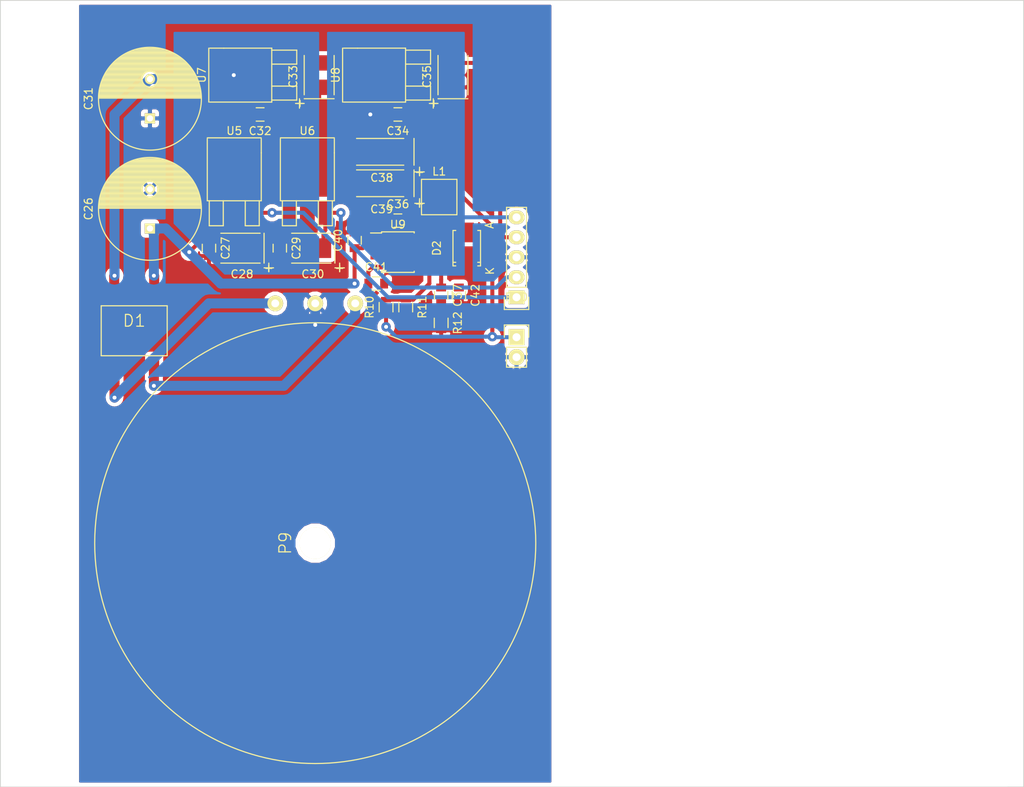
<source format=kicad_pcb>
(kicad_pcb (version 4) (host pcbnew "(2015-05-09 BZR 5648)-product")

  (general
    (links 61)
    (no_connects 0)
    (area 89.949999 40.949999 220.050001 141.050001)
    (thickness 1.6)
    (drawings 5)
    (tracks 140)
    (zones 0)
    (modules 31)
    (nets 18)
  )

  (page A4)
  (layers
    (0 F.Cu signal)
    (31 B.Cu signal)
    (32 B.Adhes user)
    (33 F.Adhes user)
    (34 B.Paste user)
    (35 F.Paste user)
    (36 B.SilkS user)
    (37 F.SilkS user)
    (38 B.Mask user)
    (39 F.Mask user)
    (40 Dwgs.User user)
    (41 Cmts.User user)
    (42 Eco1.User user)
    (43 Eco2.User user)
    (44 Edge.Cuts user)
    (45 Margin user)
    (46 B.CrtYd user)
    (47 F.CrtYd user)
    (48 B.Fab user)
    (49 F.Fab user)
  )

  (setup
    (last_trace_width 0.508)
    (user_trace_width 0.254)
    (user_trace_width 0.508)
    (user_trace_width 1.27)
    (trace_clearance 0.2)
    (zone_clearance 0.508)
    (zone_45_only no)
    (trace_min 0.2)
    (segment_width 0.2)
    (edge_width 0.1)
    (via_size 1.2)
    (via_drill 0.5)
    (via_min_size 0.4)
    (via_min_drill 0.3)
    (user_via 1.2 0.5)
    (uvia_size 0.3)
    (uvia_drill 0.1)
    (uvias_allowed no)
    (uvia_min_size 0)
    (uvia_min_drill 0)
    (pcb_text_width 0.3)
    (pcb_text_size 1.5 1.5)
    (mod_edge_width 0.15)
    (mod_text_size 1 1)
    (mod_text_width 0.15)
    (pad_size 6.096 6.096)
    (pad_drill 0)
    (pad_to_mask_clearance 0)
    (aux_axis_origin 0 0)
    (visible_elements FFFEFF7F)
    (pcbplotparams
      (layerselection 0x00030_80000001)
      (usegerberextensions false)
      (excludeedgelayer true)
      (linewidth 0.100000)
      (plotframeref false)
      (viasonmask false)
      (mode 1)
      (useauxorigin false)
      (hpglpennumber 1)
      (hpglpenspeed 20)
      (hpglpendiameter 15)
      (hpglpenoverlay 2)
      (psnegative false)
      (psa4output false)
      (plotreference true)
      (plotvalue true)
      (plotinvisibletext false)
      (padsonsilk false)
      (subtractmaskfromsilk false)
      (outputformat 1)
      (mirror false)
      (drillshape 1)
      (scaleselection 1)
      (outputdirectory ""))
  )

  (net 0 "")
  (net 1 "Net-(C26-Pad1)")
  (net 2 GNDD)
  (net 3 +12V)
  (net 4 +5V)
  (net 5 "Net-(C31-Pad2)")
  (net 6 -12V)
  (net 7 -5V)
  (net 8 "Net-(C36-Pad1)")
  (net 9 "Net-(C36-Pad2)")
  (net 10 "Net-(C37-Pad1)")
  (net 11 "Net-(C37-Pad2)")
  (net 12 +3V3)
  (net 13 "Net-(C41-Pad1)")
  (net 14 "Net-(D1-Pad1)")
  (net 15 "Net-(D1-Pad2)")
  (net 16 "Net-(R10-Pad2)")
  (net 17 "Net-(U9-Pad3)")

  (net_class Default "This is the default net class."
    (clearance 0.2)
    (trace_width 0.25)
    (via_dia 1.2)
    (via_drill 0.5)
    (uvia_dia 0.3)
    (uvia_drill 0.1)
    (add_net +12V)
    (add_net +3V3)
    (add_net +5V)
    (add_net -12V)
    (add_net -5V)
    (add_net GNDD)
    (add_net "Net-(C26-Pad1)")
    (add_net "Net-(C31-Pad2)")
    (add_net "Net-(C36-Pad1)")
    (add_net "Net-(C36-Pad2)")
    (add_net "Net-(C37-Pad1)")
    (add_net "Net-(C37-Pad2)")
    (add_net "Net-(C41-Pad1)")
    (add_net "Net-(D1-Pad1)")
    (add_net "Net-(D1-Pad2)")
    (add_net "Net-(R10-Pad2)")
    (add_net "Net-(U9-Pad3)")
  )

  (module dac:TTP-15 (layer F.Cu) (tedit 555589BF) (tstamp 55559B32)
    (at 130 110 90)
    (path /5554AFD5)
    (fp_text reference P9 (at 0 -3.81 90) (layer F.SilkS)
      (effects (font (size 1.5 1.5) (thickness 0.15)))
    )
    (fp_text value TRANSFORMER (at 0 3.81 90) (layer F.Fab)
      (effects (font (size 1.5 1.5) (thickness 0.15)))
    )
    (fp_circle (center 0 0) (end 28 1) (layer F.SilkS) (width 0.15))
    (pad "" np_thru_hole circle (at 0 0 90) (size 4 4) (drill 4) (layers *.Cu *.Mask F.SilkS))
    (pad 1 thru_hole circle (at 30.48 -5.08 90) (size 2 2) (drill 1) (layers *.Cu *.Mask F.SilkS)
      (net 14 "Net-(D1-Pad1)"))
    (pad 2 thru_hole circle (at 30.48 0 90) (size 2 2) (drill 1) (layers *.Cu *.Mask F.SilkS)
      (net 2 GNDD))
    (pad 3 thru_hole circle (at 30.48 5.08 90) (size 2 2) (drill 1) (layers *.Cu *.Mask F.SilkS)
      (net 15 "Net-(D1-Pad2)"))
  )

  (module SMD_Packages:DPAK-2 (layer F.Cu) (tedit 55576E23) (tstamp 55558D8A)
    (at 129 68)
    (descr "MOS boitier DPACK G-D-S")
    (tags "CMD DPACK")
    (path /555595A1)
    (attr smd)
    (fp_text reference U6 (at 0 -10.414) (layer F.SilkS)
      (effects (font (size 1 1) (thickness 0.15)))
    )
    (fp_text value 7805 (at 0 -2.413) (layer F.Fab)
      (effects (font (size 1 1) (thickness 0.15)))
    )
    (fp_line (start 1.397 -1.524) (end 1.397 1.651) (layer F.SilkS) (width 0.15))
    (fp_line (start 1.397 1.651) (end 3.175 1.651) (layer F.SilkS) (width 0.15))
    (fp_line (start 3.175 1.651) (end 3.175 -1.524) (layer F.SilkS) (width 0.15))
    (fp_line (start -3.175 -1.524) (end -3.175 1.651) (layer F.SilkS) (width 0.15))
    (fp_line (start -3.175 1.651) (end -1.397 1.651) (layer F.SilkS) (width 0.15))
    (fp_line (start -1.397 1.651) (end -1.397 -1.524) (layer F.SilkS) (width 0.15))
    (fp_line (start 3.429 -7.62) (end 3.429 -1.524) (layer F.SilkS) (width 0.15))
    (fp_line (start 3.429 -1.524) (end -3.429 -1.524) (layer F.SilkS) (width 0.15))
    (fp_line (start -3.429 -1.524) (end -3.429 -9.398) (layer F.SilkS) (width 0.15))
    (fp_line (start -3.429 -9.525) (end 3.429 -9.525) (layer F.SilkS) (width 0.15))
    (fp_line (start 3.429 -9.398) (end 3.429 -7.62) (layer F.SilkS) (width 0.15))
    (pad 1 smd rect (at -2.286 0) (size 1.651 3.048) (layers F.Cu F.Paste F.Mask)
      (net 3 +12V))
    (pad 2 smd rect (at 0 -6.35) (size 6.096 6.096) (layers F.Cu F.Paste F.Mask)
      (net 2 GNDD) (zone_connect 2))
    (pad 3 smd rect (at 2.286 0) (size 1.651 3.048) (layers F.Cu F.Paste F.Mask)
      (net 4 +5V))
    (model SMD_Packages.3dshapes/DPAK-2.wrl
      (at (xyz 0 0 0))
      (scale (xyz 1 1 1))
      (rotate (xyz 0 0 0))
    )
  )

  (module SMD_Packages:DPAK-2 (layer F.Cu) (tedit 0) (tstamp 55558D9C)
    (at 126 50.5 90)
    (descr "MOS boitier DPACK G-D-S")
    (tags "CMD DPACK")
    (path /555585E1)
    (attr smd)
    (fp_text reference U7 (at 0 -10.414 90) (layer F.SilkS)
      (effects (font (size 1 1) (thickness 0.15)))
    )
    (fp_text value 7912 (at 0 -2.413 90) (layer F.Fab)
      (effects (font (size 1 1) (thickness 0.15)))
    )
    (fp_line (start 1.397 -1.524) (end 1.397 1.651) (layer F.SilkS) (width 0.15))
    (fp_line (start 1.397 1.651) (end 3.175 1.651) (layer F.SilkS) (width 0.15))
    (fp_line (start 3.175 1.651) (end 3.175 -1.524) (layer F.SilkS) (width 0.15))
    (fp_line (start -3.175 -1.524) (end -3.175 1.651) (layer F.SilkS) (width 0.15))
    (fp_line (start -3.175 1.651) (end -1.397 1.651) (layer F.SilkS) (width 0.15))
    (fp_line (start -1.397 1.651) (end -1.397 -1.524) (layer F.SilkS) (width 0.15))
    (fp_line (start 3.429 -7.62) (end 3.429 -1.524) (layer F.SilkS) (width 0.15))
    (fp_line (start 3.429 -1.524) (end -3.429 -1.524) (layer F.SilkS) (width 0.15))
    (fp_line (start -3.429 -1.524) (end -3.429 -9.398) (layer F.SilkS) (width 0.15))
    (fp_line (start -3.429 -9.525) (end 3.429 -9.525) (layer F.SilkS) (width 0.15))
    (fp_line (start 3.429 -9.398) (end 3.429 -7.62) (layer F.SilkS) (width 0.15))
    (pad 1 smd rect (at -2.286 0 90) (size 1.651 3.048) (layers F.Cu F.Paste F.Mask)
      (net 2 GNDD))
    (pad 2 smd rect (at 0 -6.35 90) (size 6.096 6.096) (layers F.Cu F.Paste F.Mask)
      (net 5 "Net-(C31-Pad2)"))
    (pad 3 smd rect (at 2.286 0 90) (size 1.651 3.048) (layers F.Cu F.Paste F.Mask)
      (net 6 -12V))
    (model SMD_Packages.3dshapes/DPAK-2.wrl
      (at (xyz 0 0 0))
      (scale (xyz 1 1 1))
      (rotate (xyz 0 0 0))
    )
  )

  (module Capacitors_ThroughHole:C_Radial_D13_L21_P5 (layer F.Cu) (tedit 0) (tstamp 55558BB6)
    (at 109 70 90)
    (descr "Radial Electrolytic Capacitor 13mm x Length 21mm, Pitch 5mm")
    (tags "Electrolytic Capacitor")
    (path /55521779)
    (fp_text reference C26 (at 2.5 -7.8 90) (layer F.SilkS)
      (effects (font (size 1 1) (thickness 0.15)))
    )
    (fp_text value 1000µF (at 2.5 7.8 90) (layer F.Fab)
      (effects (font (size 1 1) (thickness 0.15)))
    )
    (fp_line (start 2.575 -6.5) (end 2.575 6.5) (layer F.SilkS) (width 0.15))
    (fp_line (start 2.715 -6.496) (end 2.715 6.496) (layer F.SilkS) (width 0.15))
    (fp_line (start 2.855 -6.49) (end 2.855 6.49) (layer F.SilkS) (width 0.15))
    (fp_line (start 2.995 -6.481) (end 2.995 6.481) (layer F.SilkS) (width 0.15))
    (fp_line (start 3.135 -6.469) (end 3.135 6.469) (layer F.SilkS) (width 0.15))
    (fp_line (start 3.275 -6.454) (end 3.275 6.454) (layer F.SilkS) (width 0.15))
    (fp_line (start 3.415 -6.435) (end 3.415 6.435) (layer F.SilkS) (width 0.15))
    (fp_line (start 3.555 -6.414) (end 3.555 6.414) (layer F.SilkS) (width 0.15))
    (fp_line (start 3.695 -6.389) (end 3.695 6.389) (layer F.SilkS) (width 0.15))
    (fp_line (start 3.835 -6.361) (end 3.835 6.361) (layer F.SilkS) (width 0.15))
    (fp_line (start 3.975 -6.33) (end 3.975 6.33) (layer F.SilkS) (width 0.15))
    (fp_line (start 4.115 -6.296) (end 4.115 -0.466) (layer F.SilkS) (width 0.15))
    (fp_line (start 4.115 0.466) (end 4.115 6.296) (layer F.SilkS) (width 0.15))
    (fp_line (start 4.255 -6.259) (end 4.255 -0.667) (layer F.SilkS) (width 0.15))
    (fp_line (start 4.255 0.667) (end 4.255 6.259) (layer F.SilkS) (width 0.15))
    (fp_line (start 4.395 -6.218) (end 4.395 -0.796) (layer F.SilkS) (width 0.15))
    (fp_line (start 4.395 0.796) (end 4.395 6.218) (layer F.SilkS) (width 0.15))
    (fp_line (start 4.535 -6.173) (end 4.535 -0.885) (layer F.SilkS) (width 0.15))
    (fp_line (start 4.535 0.885) (end 4.535 6.173) (layer F.SilkS) (width 0.15))
    (fp_line (start 4.675 -6.125) (end 4.675 -0.946) (layer F.SilkS) (width 0.15))
    (fp_line (start 4.675 0.946) (end 4.675 6.125) (layer F.SilkS) (width 0.15))
    (fp_line (start 4.815 -6.074) (end 4.815 -0.983) (layer F.SilkS) (width 0.15))
    (fp_line (start 4.815 0.983) (end 4.815 6.074) (layer F.SilkS) (width 0.15))
    (fp_line (start 4.955 -6.019) (end 4.955 -0.999) (layer F.SilkS) (width 0.15))
    (fp_line (start 4.955 0.999) (end 4.955 6.019) (layer F.SilkS) (width 0.15))
    (fp_line (start 5.095 -5.96) (end 5.095 -0.995) (layer F.SilkS) (width 0.15))
    (fp_line (start 5.095 0.995) (end 5.095 5.96) (layer F.SilkS) (width 0.15))
    (fp_line (start 5.235 -5.897) (end 5.235 -0.972) (layer F.SilkS) (width 0.15))
    (fp_line (start 5.235 0.972) (end 5.235 5.897) (layer F.SilkS) (width 0.15))
    (fp_line (start 5.375 -5.83) (end 5.375 -0.927) (layer F.SilkS) (width 0.15))
    (fp_line (start 5.375 0.927) (end 5.375 5.83) (layer F.SilkS) (width 0.15))
    (fp_line (start 5.515 -5.758) (end 5.515 -0.857) (layer F.SilkS) (width 0.15))
    (fp_line (start 5.515 0.857) (end 5.515 5.758) (layer F.SilkS) (width 0.15))
    (fp_line (start 5.655 -5.683) (end 5.655 -0.756) (layer F.SilkS) (width 0.15))
    (fp_line (start 5.655 0.756) (end 5.655 5.683) (layer F.SilkS) (width 0.15))
    (fp_line (start 5.795 -5.603) (end 5.795 -0.607) (layer F.SilkS) (width 0.15))
    (fp_line (start 5.795 0.607) (end 5.795 5.603) (layer F.SilkS) (width 0.15))
    (fp_line (start 5.935 -5.518) (end 5.935 -0.355) (layer F.SilkS) (width 0.15))
    (fp_line (start 5.935 0.355) (end 5.935 5.518) (layer F.SilkS) (width 0.15))
    (fp_line (start 6.075 -5.429) (end 6.075 5.429) (layer F.SilkS) (width 0.15))
    (fp_line (start 6.215 -5.334) (end 6.215 5.334) (layer F.SilkS) (width 0.15))
    (fp_line (start 6.355 -5.233) (end 6.355 5.233) (layer F.SilkS) (width 0.15))
    (fp_line (start 6.495 -5.127) (end 6.495 5.127) (layer F.SilkS) (width 0.15))
    (fp_line (start 6.635 -5.015) (end 6.635 5.015) (layer F.SilkS) (width 0.15))
    (fp_line (start 6.775 -4.896) (end 6.775 4.896) (layer F.SilkS) (width 0.15))
    (fp_line (start 6.915 -4.771) (end 6.915 4.771) (layer F.SilkS) (width 0.15))
    (fp_line (start 7.055 -4.637) (end 7.055 4.637) (layer F.SilkS) (width 0.15))
    (fp_line (start 7.195 -4.495) (end 7.195 4.495) (layer F.SilkS) (width 0.15))
    (fp_line (start 7.335 -4.344) (end 7.335 4.344) (layer F.SilkS) (width 0.15))
    (fp_line (start 7.475 -4.183) (end 7.475 4.183) (layer F.SilkS) (width 0.15))
    (fp_line (start 7.615 -4.011) (end 7.615 4.011) (layer F.SilkS) (width 0.15))
    (fp_line (start 7.755 -3.826) (end 7.755 3.826) (layer F.SilkS) (width 0.15))
    (fp_line (start 7.895 -3.625) (end 7.895 3.625) (layer F.SilkS) (width 0.15))
    (fp_line (start 8.035 -3.408) (end 8.035 3.408) (layer F.SilkS) (width 0.15))
    (fp_line (start 8.175 -3.169) (end 8.175 3.169) (layer F.SilkS) (width 0.15))
    (fp_line (start 8.315 -2.904) (end 8.315 2.904) (layer F.SilkS) (width 0.15))
    (fp_line (start 8.455 -2.605) (end 8.455 2.605) (layer F.SilkS) (width 0.15))
    (fp_line (start 8.595 -2.259) (end 8.595 2.259) (layer F.SilkS) (width 0.15))
    (fp_line (start 8.735 -1.837) (end 8.735 1.837) (layer F.SilkS) (width 0.15))
    (fp_line (start 8.875 -1.269) (end 8.875 1.269) (layer F.SilkS) (width 0.15))
    (fp_circle (center 5 0) (end 5 -1) (layer F.SilkS) (width 0.15))
    (fp_circle (center 2.5 0) (end 2.5 -6.5375) (layer F.SilkS) (width 0.15))
    (fp_circle (center 2.5 0) (end 2.5 -6.8) (layer F.CrtYd) (width 0.05))
    (pad 1 thru_hole rect (at 0 0 90) (size 1.3 1.3) (drill 0.8) (layers *.Cu *.Mask F.SilkS)
      (net 1 "Net-(C26-Pad1)"))
    (pad 2 thru_hole circle (at 5 0 90) (size 1.3 1.3) (drill 0.8) (layers *.Cu *.Mask F.SilkS)
      (net 2 GNDD))
    (model Capacitors_ThroughHole.3dshapes/C_Radial_D13_L21_P5.wrl
      (at (xyz 0.0984252 0 0))
      (scale (xyz 1 1 1))
      (rotate (xyz 0 0 90))
    )
  )

  (module Capacitors_SMD:C_0805 (layer F.Cu) (tedit 5415D6EA) (tstamp 55558BC2)
    (at 116.5 72.5 270)
    (descr "Capacitor SMD 0805, reflow soldering, AVX (see smccp.pdf)")
    (tags "capacitor 0805")
    (path /5554EE4A)
    (attr smd)
    (fp_text reference C27 (at 0 -2.1 270) (layer F.SilkS)
      (effects (font (size 1 1) (thickness 0.15)))
    )
    (fp_text value 0.1µF (at 0 2.1 270) (layer F.Fab)
      (effects (font (size 1 1) (thickness 0.15)))
    )
    (fp_line (start -1.8 -1) (end 1.8 -1) (layer F.CrtYd) (width 0.05))
    (fp_line (start -1.8 1) (end 1.8 1) (layer F.CrtYd) (width 0.05))
    (fp_line (start -1.8 -1) (end -1.8 1) (layer F.CrtYd) (width 0.05))
    (fp_line (start 1.8 -1) (end 1.8 1) (layer F.CrtYd) (width 0.05))
    (fp_line (start 0.5 -0.85) (end -0.5 -0.85) (layer F.SilkS) (width 0.15))
    (fp_line (start -0.5 0.85) (end 0.5 0.85) (layer F.SilkS) (width 0.15))
    (pad 1 smd rect (at -1 0 270) (size 1 1.25) (layers F.Cu F.Paste F.Mask)
      (net 1 "Net-(C26-Pad1)"))
    (pad 2 smd rect (at 1 0 270) (size 1 1.25) (layers F.Cu F.Paste F.Mask)
      (net 2 GNDD))
    (model Capacitors_SMD.3dshapes/C_0805.wrl
      (at (xyz 0 0 0))
      (scale (xyz 1 1 1))
      (rotate (xyz 0 0 0))
    )
  )

  (module Capacitors_Tantalum_SMD:TantalC_SizeB_EIA-3528_Reflow (layer F.Cu) (tedit 0) (tstamp 55558BCE)
    (at 120.5 72.5 180)
    (descr "Tantal Cap. , Size B, EIA-3528, Reflow,")
    (tags "Tantal Cap. , Size B, EIA-3528, Reflow,")
    (path /5552300C)
    (attr smd)
    (fp_text reference C28 (at -0.20066 -3.29946 180) (layer F.SilkS)
      (effects (font (size 1 1) (thickness 0.15)))
    )
    (fp_text value 10µF (at -0.09906 3.59918 180) (layer F.Fab)
      (effects (font (size 1 1) (thickness 0.15)))
    )
    (fp_text user + (at -3.59918 -2.49936 180) (layer F.SilkS)
      (effects (font (size 1 1) (thickness 0.15)))
    )
    (fp_line (start -2.99974 -1.89992) (end -2.99974 1.89992) (layer F.SilkS) (width 0.15))
    (fp_line (start 2.49936 -1.89992) (end -2.49936 -1.89992) (layer F.SilkS) (width 0.15))
    (fp_line (start 2.49682 1.89992) (end -2.5019 1.89992) (layer F.SilkS) (width 0.15))
    (fp_line (start -3.60172 -3.00228) (end -3.60172 -1.90246) (layer F.SilkS) (width 0.15))
    (fp_line (start -4.20116 -2.5019) (end -3.00228 -2.5019) (layer F.SilkS) (width 0.15))
    (pad 2 smd rect (at 1.5494 0 180) (size 1.95072 2.49936) (layers F.Cu F.Paste F.Mask)
      (net 2 GNDD))
    (pad 1 smd rect (at -1.5494 0 180) (size 1.95072 2.49936) (layers F.Cu F.Paste F.Mask)
      (net 3 +12V))
    (model Capacitors_Tantalum_SMD.3dshapes/TantalC_SizeB_EIA-3528_Reflow.wrl
      (at (xyz 0 0 0))
      (scale (xyz 1 1 1))
      (rotate (xyz 0 0 180))
    )
  )

  (module Capacitors_SMD:C_0805 (layer F.Cu) (tedit 5415D6EA) (tstamp 55558BDA)
    (at 125.5 72.5 270)
    (descr "Capacitor SMD 0805, reflow soldering, AVX (see smccp.pdf)")
    (tags "capacitor 0805")
    (path /5554DAF9)
    (attr smd)
    (fp_text reference C29 (at 0 -2.1 270) (layer F.SilkS)
      (effects (font (size 1 1) (thickness 0.15)))
    )
    (fp_text value 0.1µF (at 0 2.1 270) (layer F.Fab)
      (effects (font (size 1 1) (thickness 0.15)))
    )
    (fp_line (start -1.8 -1) (end 1.8 -1) (layer F.CrtYd) (width 0.05))
    (fp_line (start -1.8 1) (end 1.8 1) (layer F.CrtYd) (width 0.05))
    (fp_line (start -1.8 -1) (end -1.8 1) (layer F.CrtYd) (width 0.05))
    (fp_line (start 1.8 -1) (end 1.8 1) (layer F.CrtYd) (width 0.05))
    (fp_line (start 0.5 -0.85) (end -0.5 -0.85) (layer F.SilkS) (width 0.15))
    (fp_line (start -0.5 0.85) (end 0.5 0.85) (layer F.SilkS) (width 0.15))
    (pad 1 smd rect (at -1 0 270) (size 1 1.25) (layers F.Cu F.Paste F.Mask)
      (net 3 +12V))
    (pad 2 smd rect (at 1 0 270) (size 1 1.25) (layers F.Cu F.Paste F.Mask)
      (net 2 GNDD))
    (model Capacitors_SMD.3dshapes/C_0805.wrl
      (at (xyz 0 0 0))
      (scale (xyz 1 1 1))
      (rotate (xyz 0 0 0))
    )
  )

  (module Capacitors_Tantalum_SMD:TantalC_SizeB_EIA-3528_Reflow (layer F.Cu) (tedit 0) (tstamp 55558BE6)
    (at 129.5 72.5 180)
    (descr "Tantal Cap. , Size B, EIA-3528, Reflow,")
    (tags "Tantal Cap. , Size B, EIA-3528, Reflow,")
    (path /55523C02)
    (attr smd)
    (fp_text reference C30 (at -0.20066 -3.29946 180) (layer F.SilkS)
      (effects (font (size 1 1) (thickness 0.15)))
    )
    (fp_text value 10µF (at -0.09906 3.59918 180) (layer F.Fab)
      (effects (font (size 1 1) (thickness 0.15)))
    )
    (fp_text user + (at -3.59918 -2.49936 180) (layer F.SilkS)
      (effects (font (size 1 1) (thickness 0.15)))
    )
    (fp_line (start -2.99974 -1.89992) (end -2.99974 1.89992) (layer F.SilkS) (width 0.15))
    (fp_line (start 2.49936 -1.89992) (end -2.49936 -1.89992) (layer F.SilkS) (width 0.15))
    (fp_line (start 2.49682 1.89992) (end -2.5019 1.89992) (layer F.SilkS) (width 0.15))
    (fp_line (start -3.60172 -3.00228) (end -3.60172 -1.90246) (layer F.SilkS) (width 0.15))
    (fp_line (start -4.20116 -2.5019) (end -3.00228 -2.5019) (layer F.SilkS) (width 0.15))
    (pad 2 smd rect (at 1.5494 0 180) (size 1.95072 2.49936) (layers F.Cu F.Paste F.Mask)
      (net 2 GNDD))
    (pad 1 smd rect (at -1.5494 0 180) (size 1.95072 2.49936) (layers F.Cu F.Paste F.Mask)
      (net 4 +5V))
    (model Capacitors_Tantalum_SMD.3dshapes/TantalC_SizeB_EIA-3528_Reflow.wrl
      (at (xyz 0 0 0))
      (scale (xyz 1 1 1))
      (rotate (xyz 0 0 180))
    )
  )

  (module Capacitors_ThroughHole:C_Radial_D13_L21_P5 (layer F.Cu) (tedit 0) (tstamp 55558C2B)
    (at 109 56 90)
    (descr "Radial Electrolytic Capacitor 13mm x Length 21mm, Pitch 5mm")
    (tags "Electrolytic Capacitor")
    (path /5554F853)
    (fp_text reference C31 (at 2.5 -7.8 90) (layer F.SilkS)
      (effects (font (size 1 1) (thickness 0.15)))
    )
    (fp_text value 1000µF (at 2.5 7.8 90) (layer F.Fab)
      (effects (font (size 1 1) (thickness 0.15)))
    )
    (fp_line (start 2.575 -6.5) (end 2.575 6.5) (layer F.SilkS) (width 0.15))
    (fp_line (start 2.715 -6.496) (end 2.715 6.496) (layer F.SilkS) (width 0.15))
    (fp_line (start 2.855 -6.49) (end 2.855 6.49) (layer F.SilkS) (width 0.15))
    (fp_line (start 2.995 -6.481) (end 2.995 6.481) (layer F.SilkS) (width 0.15))
    (fp_line (start 3.135 -6.469) (end 3.135 6.469) (layer F.SilkS) (width 0.15))
    (fp_line (start 3.275 -6.454) (end 3.275 6.454) (layer F.SilkS) (width 0.15))
    (fp_line (start 3.415 -6.435) (end 3.415 6.435) (layer F.SilkS) (width 0.15))
    (fp_line (start 3.555 -6.414) (end 3.555 6.414) (layer F.SilkS) (width 0.15))
    (fp_line (start 3.695 -6.389) (end 3.695 6.389) (layer F.SilkS) (width 0.15))
    (fp_line (start 3.835 -6.361) (end 3.835 6.361) (layer F.SilkS) (width 0.15))
    (fp_line (start 3.975 -6.33) (end 3.975 6.33) (layer F.SilkS) (width 0.15))
    (fp_line (start 4.115 -6.296) (end 4.115 -0.466) (layer F.SilkS) (width 0.15))
    (fp_line (start 4.115 0.466) (end 4.115 6.296) (layer F.SilkS) (width 0.15))
    (fp_line (start 4.255 -6.259) (end 4.255 -0.667) (layer F.SilkS) (width 0.15))
    (fp_line (start 4.255 0.667) (end 4.255 6.259) (layer F.SilkS) (width 0.15))
    (fp_line (start 4.395 -6.218) (end 4.395 -0.796) (layer F.SilkS) (width 0.15))
    (fp_line (start 4.395 0.796) (end 4.395 6.218) (layer F.SilkS) (width 0.15))
    (fp_line (start 4.535 -6.173) (end 4.535 -0.885) (layer F.SilkS) (width 0.15))
    (fp_line (start 4.535 0.885) (end 4.535 6.173) (layer F.SilkS) (width 0.15))
    (fp_line (start 4.675 -6.125) (end 4.675 -0.946) (layer F.SilkS) (width 0.15))
    (fp_line (start 4.675 0.946) (end 4.675 6.125) (layer F.SilkS) (width 0.15))
    (fp_line (start 4.815 -6.074) (end 4.815 -0.983) (layer F.SilkS) (width 0.15))
    (fp_line (start 4.815 0.983) (end 4.815 6.074) (layer F.SilkS) (width 0.15))
    (fp_line (start 4.955 -6.019) (end 4.955 -0.999) (layer F.SilkS) (width 0.15))
    (fp_line (start 4.955 0.999) (end 4.955 6.019) (layer F.SilkS) (width 0.15))
    (fp_line (start 5.095 -5.96) (end 5.095 -0.995) (layer F.SilkS) (width 0.15))
    (fp_line (start 5.095 0.995) (end 5.095 5.96) (layer F.SilkS) (width 0.15))
    (fp_line (start 5.235 -5.897) (end 5.235 -0.972) (layer F.SilkS) (width 0.15))
    (fp_line (start 5.235 0.972) (end 5.235 5.897) (layer F.SilkS) (width 0.15))
    (fp_line (start 5.375 -5.83) (end 5.375 -0.927) (layer F.SilkS) (width 0.15))
    (fp_line (start 5.375 0.927) (end 5.375 5.83) (layer F.SilkS) (width 0.15))
    (fp_line (start 5.515 -5.758) (end 5.515 -0.857) (layer F.SilkS) (width 0.15))
    (fp_line (start 5.515 0.857) (end 5.515 5.758) (layer F.SilkS) (width 0.15))
    (fp_line (start 5.655 -5.683) (end 5.655 -0.756) (layer F.SilkS) (width 0.15))
    (fp_line (start 5.655 0.756) (end 5.655 5.683) (layer F.SilkS) (width 0.15))
    (fp_line (start 5.795 -5.603) (end 5.795 -0.607) (layer F.SilkS) (width 0.15))
    (fp_line (start 5.795 0.607) (end 5.795 5.603) (layer F.SilkS) (width 0.15))
    (fp_line (start 5.935 -5.518) (end 5.935 -0.355) (layer F.SilkS) (width 0.15))
    (fp_line (start 5.935 0.355) (end 5.935 5.518) (layer F.SilkS) (width 0.15))
    (fp_line (start 6.075 -5.429) (end 6.075 5.429) (layer F.SilkS) (width 0.15))
    (fp_line (start 6.215 -5.334) (end 6.215 5.334) (layer F.SilkS) (width 0.15))
    (fp_line (start 6.355 -5.233) (end 6.355 5.233) (layer F.SilkS) (width 0.15))
    (fp_line (start 6.495 -5.127) (end 6.495 5.127) (layer F.SilkS) (width 0.15))
    (fp_line (start 6.635 -5.015) (end 6.635 5.015) (layer F.SilkS) (width 0.15))
    (fp_line (start 6.775 -4.896) (end 6.775 4.896) (layer F.SilkS) (width 0.15))
    (fp_line (start 6.915 -4.771) (end 6.915 4.771) (layer F.SilkS) (width 0.15))
    (fp_line (start 7.055 -4.637) (end 7.055 4.637) (layer F.SilkS) (width 0.15))
    (fp_line (start 7.195 -4.495) (end 7.195 4.495) (layer F.SilkS) (width 0.15))
    (fp_line (start 7.335 -4.344) (end 7.335 4.344) (layer F.SilkS) (width 0.15))
    (fp_line (start 7.475 -4.183) (end 7.475 4.183) (layer F.SilkS) (width 0.15))
    (fp_line (start 7.615 -4.011) (end 7.615 4.011) (layer F.SilkS) (width 0.15))
    (fp_line (start 7.755 -3.826) (end 7.755 3.826) (layer F.SilkS) (width 0.15))
    (fp_line (start 7.895 -3.625) (end 7.895 3.625) (layer F.SilkS) (width 0.15))
    (fp_line (start 8.035 -3.408) (end 8.035 3.408) (layer F.SilkS) (width 0.15))
    (fp_line (start 8.175 -3.169) (end 8.175 3.169) (layer F.SilkS) (width 0.15))
    (fp_line (start 8.315 -2.904) (end 8.315 2.904) (layer F.SilkS) (width 0.15))
    (fp_line (start 8.455 -2.605) (end 8.455 2.605) (layer F.SilkS) (width 0.15))
    (fp_line (start 8.595 -2.259) (end 8.595 2.259) (layer F.SilkS) (width 0.15))
    (fp_line (start 8.735 -1.837) (end 8.735 1.837) (layer F.SilkS) (width 0.15))
    (fp_line (start 8.875 -1.269) (end 8.875 1.269) (layer F.SilkS) (width 0.15))
    (fp_circle (center 5 0) (end 5 -1) (layer F.SilkS) (width 0.15))
    (fp_circle (center 2.5 0) (end 2.5 -6.5375) (layer F.SilkS) (width 0.15))
    (fp_circle (center 2.5 0) (end 2.5 -6.8) (layer F.CrtYd) (width 0.05))
    (pad 1 thru_hole rect (at 0 0 90) (size 1.3 1.3) (drill 0.8) (layers *.Cu *.Mask F.SilkS)
      (net 2 GNDD))
    (pad 2 thru_hole circle (at 5 0 90) (size 1.3 1.3) (drill 0.8) (layers *.Cu *.Mask F.SilkS)
      (net 5 "Net-(C31-Pad2)"))
    (model Capacitors_ThroughHole.3dshapes/C_Radial_D13_L21_P5.wrl
      (at (xyz 0.0984252 0 0))
      (scale (xyz 1 1 1))
      (rotate (xyz 0 0 90))
    )
  )

  (module Capacitors_SMD:C_0805 (layer F.Cu) (tedit 5415D6EA) (tstamp 55558C37)
    (at 123 55.5 180)
    (descr "Capacitor SMD 0805, reflow soldering, AVX (see smccp.pdf)")
    (tags "capacitor 0805")
    (path /5554F0DE)
    (attr smd)
    (fp_text reference C32 (at 0 -2.1 180) (layer F.SilkS)
      (effects (font (size 1 1) (thickness 0.15)))
    )
    (fp_text value 0.1µF (at 0 2.1 180) (layer F.Fab)
      (effects (font (size 1 1) (thickness 0.15)))
    )
    (fp_line (start -1.8 -1) (end 1.8 -1) (layer F.CrtYd) (width 0.05))
    (fp_line (start -1.8 1) (end 1.8 1) (layer F.CrtYd) (width 0.05))
    (fp_line (start -1.8 -1) (end -1.8 1) (layer F.CrtYd) (width 0.05))
    (fp_line (start 1.8 -1) (end 1.8 1) (layer F.CrtYd) (width 0.05))
    (fp_line (start 0.5 -0.85) (end -0.5 -0.85) (layer F.SilkS) (width 0.15))
    (fp_line (start -0.5 0.85) (end 0.5 0.85) (layer F.SilkS) (width 0.15))
    (pad 1 smd rect (at -1 0 180) (size 1 1.25) (layers F.Cu F.Paste F.Mask)
      (net 2 GNDD))
    (pad 2 smd rect (at 1 0 180) (size 1 1.25) (layers F.Cu F.Paste F.Mask)
      (net 5 "Net-(C31-Pad2)"))
    (model Capacitors_SMD.3dshapes/C_0805.wrl
      (at (xyz 0 0 0))
      (scale (xyz 1 1 1))
      (rotate (xyz 0 0 0))
    )
  )

  (module Capacitors_Tantalum_SMD:TantalC_SizeB_EIA-3528_Reflow (layer F.Cu) (tedit 0) (tstamp 55558C43)
    (at 130.5 50.5 90)
    (descr "Tantal Cap. , Size B, EIA-3528, Reflow,")
    (tags "Tantal Cap. , Size B, EIA-3528, Reflow,")
    (path /55523070)
    (attr smd)
    (fp_text reference C33 (at -0.20066 -3.29946 90) (layer F.SilkS)
      (effects (font (size 1 1) (thickness 0.15)))
    )
    (fp_text value 10µF (at -0.09906 3.59918 90) (layer F.Fab)
      (effects (font (size 1 1) (thickness 0.15)))
    )
    (fp_text user + (at -3.59918 -2.49936 90) (layer F.SilkS)
      (effects (font (size 1 1) (thickness 0.15)))
    )
    (fp_line (start -2.99974 -1.89992) (end -2.99974 1.89992) (layer F.SilkS) (width 0.15))
    (fp_line (start 2.49936 -1.89992) (end -2.49936 -1.89992) (layer F.SilkS) (width 0.15))
    (fp_line (start 2.49682 1.89992) (end -2.5019 1.89992) (layer F.SilkS) (width 0.15))
    (fp_line (start -3.60172 -3.00228) (end -3.60172 -1.90246) (layer F.SilkS) (width 0.15))
    (fp_line (start -4.20116 -2.5019) (end -3.00228 -2.5019) (layer F.SilkS) (width 0.15))
    (pad 2 smd rect (at 1.5494 0 90) (size 1.95072 2.49936) (layers F.Cu F.Paste F.Mask)
      (net 6 -12V))
    (pad 1 smd rect (at -1.5494 0 90) (size 1.95072 2.49936) (layers F.Cu F.Paste F.Mask)
      (net 2 GNDD))
    (model Capacitors_Tantalum_SMD.3dshapes/TantalC_SizeB_EIA-3528_Reflow.wrl
      (at (xyz 0 0 0))
      (scale (xyz 1 1 1))
      (rotate (xyz 0 0 180))
    )
  )

  (module Capacitors_SMD:C_0805 (layer F.Cu) (tedit 5415D6EA) (tstamp 55558C4F)
    (at 140.5 55.5 180)
    (descr "Capacitor SMD 0805, reflow soldering, AVX (see smccp.pdf)")
    (tags "capacitor 0805")
    (path /5554EA15)
    (attr smd)
    (fp_text reference C34 (at 0 -2.1 180) (layer F.SilkS)
      (effects (font (size 1 1) (thickness 0.15)))
    )
    (fp_text value 0.1µF (at 0 2.1 180) (layer F.Fab)
      (effects (font (size 1 1) (thickness 0.15)))
    )
    (fp_line (start -1.8 -1) (end 1.8 -1) (layer F.CrtYd) (width 0.05))
    (fp_line (start -1.8 1) (end 1.8 1) (layer F.CrtYd) (width 0.05))
    (fp_line (start -1.8 -1) (end -1.8 1) (layer F.CrtYd) (width 0.05))
    (fp_line (start 1.8 -1) (end 1.8 1) (layer F.CrtYd) (width 0.05))
    (fp_line (start 0.5 -0.85) (end -0.5 -0.85) (layer F.SilkS) (width 0.15))
    (fp_line (start -0.5 0.85) (end 0.5 0.85) (layer F.SilkS) (width 0.15))
    (pad 1 smd rect (at -1 0 180) (size 1 1.25) (layers F.Cu F.Paste F.Mask)
      (net 2 GNDD))
    (pad 2 smd rect (at 1 0 180) (size 1 1.25) (layers F.Cu F.Paste F.Mask)
      (net 6 -12V))
    (model Capacitors_SMD.3dshapes/C_0805.wrl
      (at (xyz 0 0 0))
      (scale (xyz 1 1 1))
      (rotate (xyz 0 0 0))
    )
  )

  (module Capacitors_Tantalum_SMD:TantalC_SizeB_EIA-3528_Reflow (layer F.Cu) (tedit 0) (tstamp 55558C5B)
    (at 147.5 50.5 90)
    (descr "Tantal Cap. , Size B, EIA-3528, Reflow,")
    (tags "Tantal Cap. , Size B, EIA-3528, Reflow,")
    (path /55523C80)
    (attr smd)
    (fp_text reference C35 (at -0.20066 -3.29946 90) (layer F.SilkS)
      (effects (font (size 1 1) (thickness 0.15)))
    )
    (fp_text value 10µF (at -0.09906 3.59918 90) (layer F.Fab)
      (effects (font (size 1 1) (thickness 0.15)))
    )
    (fp_text user + (at -3.59918 -2.49936 90) (layer F.SilkS)
      (effects (font (size 1 1) (thickness 0.15)))
    )
    (fp_line (start -2.99974 -1.89992) (end -2.99974 1.89992) (layer F.SilkS) (width 0.15))
    (fp_line (start 2.49936 -1.89992) (end -2.49936 -1.89992) (layer F.SilkS) (width 0.15))
    (fp_line (start 2.49682 1.89992) (end -2.5019 1.89992) (layer F.SilkS) (width 0.15))
    (fp_line (start -3.60172 -3.00228) (end -3.60172 -1.90246) (layer F.SilkS) (width 0.15))
    (fp_line (start -4.20116 -2.5019) (end -3.00228 -2.5019) (layer F.SilkS) (width 0.15))
    (pad 2 smd rect (at 1.5494 0 90) (size 1.95072 2.49936) (layers F.Cu F.Paste F.Mask)
      (net 7 -5V))
    (pad 1 smd rect (at -1.5494 0 90) (size 1.95072 2.49936) (layers F.Cu F.Paste F.Mask)
      (net 2 GNDD))
    (model Capacitors_Tantalum_SMD.3dshapes/TantalC_SizeB_EIA-3528_Reflow.wrl
      (at (xyz 0 0 0))
      (scale (xyz 1 1 1))
      (rotate (xyz 0 0 180))
    )
  )

  (module Capacitors_SMD:C_0805 (layer F.Cu) (tedit 5415D6EA) (tstamp 55558C67)
    (at 140.5 69)
    (descr "Capacitor SMD 0805, reflow soldering, AVX (see smccp.pdf)")
    (tags "capacitor 0805")
    (path /5552704A)
    (attr smd)
    (fp_text reference C36 (at 0 -2.1) (layer F.SilkS)
      (effects (font (size 1 1) (thickness 0.15)))
    )
    (fp_text value 0.1µF (at 0 2.1) (layer F.Fab)
      (effects (font (size 1 1) (thickness 0.15)))
    )
    (fp_line (start -1.8 -1) (end 1.8 -1) (layer F.CrtYd) (width 0.05))
    (fp_line (start -1.8 1) (end 1.8 1) (layer F.CrtYd) (width 0.05))
    (fp_line (start -1.8 -1) (end -1.8 1) (layer F.CrtYd) (width 0.05))
    (fp_line (start 1.8 -1) (end 1.8 1) (layer F.CrtYd) (width 0.05))
    (fp_line (start 0.5 -0.85) (end -0.5 -0.85) (layer F.SilkS) (width 0.15))
    (fp_line (start -0.5 0.85) (end 0.5 0.85) (layer F.SilkS) (width 0.15))
    (pad 1 smd rect (at -1 0) (size 1 1.25) (layers F.Cu F.Paste F.Mask)
      (net 8 "Net-(C36-Pad1)"))
    (pad 2 smd rect (at 1 0) (size 1 1.25) (layers F.Cu F.Paste F.Mask)
      (net 9 "Net-(C36-Pad2)"))
    (model Capacitors_SMD.3dshapes/C_0805.wrl
      (at (xyz 0 0 0))
      (scale (xyz 1 1 1))
      (rotate (xyz 0 0 0))
    )
  )

  (module Capacitors_SMD:C_0805 (layer F.Cu) (tedit 5415D6EA) (tstamp 55558C73)
    (at 146 78.5 270)
    (descr "Capacitor SMD 0805, reflow soldering, AVX (see smccp.pdf)")
    (tags "capacitor 0805")
    (path /5552667F)
    (attr smd)
    (fp_text reference C37 (at 0 -2.1 270) (layer F.SilkS)
      (effects (font (size 1 1) (thickness 0.15)))
    )
    (fp_text value ~1nF (at 0 2.1 270) (layer F.Fab)
      (effects (font (size 1 1) (thickness 0.15)))
    )
    (fp_line (start -1.8 -1) (end 1.8 -1) (layer F.CrtYd) (width 0.05))
    (fp_line (start -1.8 1) (end 1.8 1) (layer F.CrtYd) (width 0.05))
    (fp_line (start -1.8 -1) (end -1.8 1) (layer F.CrtYd) (width 0.05))
    (fp_line (start 1.8 -1) (end 1.8 1) (layer F.CrtYd) (width 0.05))
    (fp_line (start 0.5 -0.85) (end -0.5 -0.85) (layer F.SilkS) (width 0.15))
    (fp_line (start -0.5 0.85) (end 0.5 0.85) (layer F.SilkS) (width 0.15))
    (pad 1 smd rect (at -1 0 270) (size 1 1.25) (layers F.Cu F.Paste F.Mask)
      (net 10 "Net-(C37-Pad1)"))
    (pad 2 smd rect (at 1 0 270) (size 1 1.25) (layers F.Cu F.Paste F.Mask)
      (net 11 "Net-(C37-Pad2)"))
    (model Capacitors_SMD.3dshapes/C_0805.wrl
      (at (xyz 0 0 0))
      (scale (xyz 1 1 1))
      (rotate (xyz 0 0 0))
    )
  )

  (module Capacitors_Tantalum_SMD:TantalC_SizeC_EIA-6032_Reflow (layer F.Cu) (tedit 0) (tstamp 55558C7F)
    (at 138.25 60.25 180)
    (descr "Tantal Cap. , Size C, EIA-6032, Reflow,")
    (tags "Tantal Cap. , Size C, EIA-6032, Reflow,")
    (path /55527CCA)
    (attr smd)
    (fp_text reference C38 (at -0.20066 -3.29946 180) (layer F.SilkS)
      (effects (font (size 1 1) (thickness 0.15)))
    )
    (fp_text value 47µF (at -0.09906 3.59918 180) (layer F.Fab)
      (effects (font (size 1 1) (thickness 0.15)))
    )
    (fp_line (start -4.30022 -1.69926) (end -4.30022 1.69926) (layer F.SilkS) (width 0.15))
    (fp_line (start 2.99974 1.69926) (end -2.99974 1.69926) (layer F.SilkS) (width 0.15))
    (fp_line (start 2.99974 -1.69926) (end -2.99974 -1.69926) (layer F.SilkS) (width 0.15))
    (fp_text user + (at -4.99872 -2.55016 180) (layer F.SilkS)
      (effects (font (size 1 1) (thickness 0.15)))
    )
    (fp_line (start -5.00126 -3.05308) (end -5.00126 -1.95326) (layer F.SilkS) (width 0.15))
    (fp_line (start -5.6007 -2.5527) (end -4.40182 -2.5527) (layer F.SilkS) (width 0.15))
    (pad 2 smd rect (at 2.52476 0 180) (size 2.55016 2.49936) (layers F.Cu F.Paste F.Mask)
      (net 2 GNDD))
    (pad 1 smd rect (at -2.52476 0 180) (size 2.55016 2.49936) (layers F.Cu F.Paste F.Mask)
      (net 12 +3V3))
    (model Capacitors_Tantalum_SMD.3dshapes/TantalC_SizeC_EIA-6032_Reflow.wrl
      (at (xyz 0 0 0))
      (scale (xyz 1 1 1))
      (rotate (xyz 0 0 180))
    )
  )

  (module Capacitors_Tantalum_SMD:TantalC_SizeC_EIA-6032_Reflow (layer F.Cu) (tedit 0) (tstamp 55558C8B)
    (at 138.25 64.25 180)
    (descr "Tantal Cap. , Size C, EIA-6032, Reflow,")
    (tags "Tantal Cap. , Size C, EIA-6032, Reflow,")
    (path /5552A125)
    (attr smd)
    (fp_text reference C39 (at -0.20066 -3.29946 180) (layer F.SilkS)
      (effects (font (size 1 1) (thickness 0.15)))
    )
    (fp_text value 47µF (at -0.09906 3.59918 180) (layer F.Fab)
      (effects (font (size 1 1) (thickness 0.15)))
    )
    (fp_line (start -4.30022 -1.69926) (end -4.30022 1.69926) (layer F.SilkS) (width 0.15))
    (fp_line (start 2.99974 1.69926) (end -2.99974 1.69926) (layer F.SilkS) (width 0.15))
    (fp_line (start 2.99974 -1.69926) (end -2.99974 -1.69926) (layer F.SilkS) (width 0.15))
    (fp_text user + (at -4.99872 -2.55016 180) (layer F.SilkS)
      (effects (font (size 1 1) (thickness 0.15)))
    )
    (fp_line (start -5.00126 -3.05308) (end -5.00126 -1.95326) (layer F.SilkS) (width 0.15))
    (fp_line (start -5.6007 -2.5527) (end -4.40182 -2.5527) (layer F.SilkS) (width 0.15))
    (pad 2 smd rect (at 2.52476 0 180) (size 2.55016 2.49936) (layers F.Cu F.Paste F.Mask)
      (net 2 GNDD))
    (pad 1 smd rect (at -2.52476 0 180) (size 2.55016 2.49936) (layers F.Cu F.Paste F.Mask)
      (net 12 +3V3))
    (model Capacitors_Tantalum_SMD.3dshapes/TantalC_SizeC_EIA-6032_Reflow.wrl
      (at (xyz 0 0 0))
      (scale (xyz 1 1 1))
      (rotate (xyz 0 0 180))
    )
  )

  (module Capacitors_SMD:C_0805 (layer F.Cu) (tedit 5415D6EA) (tstamp 55558C97)
    (at 135 71.5 90)
    (descr "Capacitor SMD 0805, reflow soldering, AVX (see smccp.pdf)")
    (tags "capacitor 0805")
    (path /55526EAA)
    (attr smd)
    (fp_text reference C40 (at 0 -2.1 90) (layer F.SilkS)
      (effects (font (size 1 1) (thickness 0.15)))
    )
    (fp_text value 4.7µF (at 0 2.1 90) (layer F.Fab)
      (effects (font (size 1 1) (thickness 0.15)))
    )
    (fp_line (start -1.8 -1) (end 1.8 -1) (layer F.CrtYd) (width 0.05))
    (fp_line (start -1.8 1) (end 1.8 1) (layer F.CrtYd) (width 0.05))
    (fp_line (start -1.8 -1) (end -1.8 1) (layer F.CrtYd) (width 0.05))
    (fp_line (start 1.8 -1) (end 1.8 1) (layer F.CrtYd) (width 0.05))
    (fp_line (start 0.5 -0.85) (end -0.5 -0.85) (layer F.SilkS) (width 0.15))
    (fp_line (start -0.5 0.85) (end 0.5 0.85) (layer F.SilkS) (width 0.15))
    (pad 1 smd rect (at -1 0 90) (size 1 1.25) (layers F.Cu F.Paste F.Mask)
      (net 1 "Net-(C26-Pad1)"))
    (pad 2 smd rect (at 1 0 90) (size 1 1.25) (layers F.Cu F.Paste F.Mask)
      (net 2 GNDD))
    (model Capacitors_SMD.3dshapes/C_0805.wrl
      (at (xyz 0 0 0))
      (scale (xyz 1 1 1))
      (rotate (xyz 0 0 0))
    )
  )

  (module Capacitors_SMD:C_0805 (layer F.Cu) (tedit 5415D6EA) (tstamp 55558CA3)
    (at 137.75 77)
    (descr "Capacitor SMD 0805, reflow soldering, AVX (see smccp.pdf)")
    (tags "capacitor 0805")
    (path /5552627E)
    (attr smd)
    (fp_text reference C41 (at 0 -2.1) (layer F.SilkS)
      (effects (font (size 1 1) (thickness 0.15)))
    )
    (fp_text value 10nF (at 0 2.1) (layer F.Fab)
      (effects (font (size 1 1) (thickness 0.15)))
    )
    (fp_line (start -1.8 -1) (end 1.8 -1) (layer F.CrtYd) (width 0.05))
    (fp_line (start -1.8 1) (end 1.8 1) (layer F.CrtYd) (width 0.05))
    (fp_line (start -1.8 -1) (end -1.8 1) (layer F.CrtYd) (width 0.05))
    (fp_line (start 1.8 -1) (end 1.8 1) (layer F.CrtYd) (width 0.05))
    (fp_line (start 0.5 -0.85) (end -0.5 -0.85) (layer F.SilkS) (width 0.15))
    (fp_line (start -0.5 0.85) (end 0.5 0.85) (layer F.SilkS) (width 0.15))
    (pad 1 smd rect (at -1 0) (size 1 1.25) (layers F.Cu F.Paste F.Mask)
      (net 13 "Net-(C41-Pad1)"))
    (pad 2 smd rect (at 1 0) (size 1 1.25) (layers F.Cu F.Paste F.Mask)
      (net 2 GNDD))
    (model Capacitors_SMD.3dshapes/C_0805.wrl
      (at (xyz 0 0 0))
      (scale (xyz 1 1 1))
      (rotate (xyz 0 0 0))
    )
  )

  (module Capacitors_SMD:C_0805 (layer F.Cu) (tedit 5415D6EA) (tstamp 55558CAF)
    (at 148.25 78.5 270)
    (descr "Capacitor SMD 0805, reflow soldering, AVX (see smccp.pdf)")
    (tags "capacitor 0805")
    (path /555266FD)
    (attr smd)
    (fp_text reference C42 (at 0 -2.1 270) (layer F.SilkS)
      (effects (font (size 1 1) (thickness 0.15)))
    )
    (fp_text value ~47pF (at 0 2.1 270) (layer F.Fab)
      (effects (font (size 1 1) (thickness 0.15)))
    )
    (fp_line (start -1.8 -1) (end 1.8 -1) (layer F.CrtYd) (width 0.05))
    (fp_line (start -1.8 1) (end 1.8 1) (layer F.CrtYd) (width 0.05))
    (fp_line (start -1.8 -1) (end -1.8 1) (layer F.CrtYd) (width 0.05))
    (fp_line (start 1.8 -1) (end 1.8 1) (layer F.CrtYd) (width 0.05))
    (fp_line (start 0.5 -0.85) (end -0.5 -0.85) (layer F.SilkS) (width 0.15))
    (fp_line (start -0.5 0.85) (end 0.5 0.85) (layer F.SilkS) (width 0.15))
    (pad 1 smd rect (at -1 0 270) (size 1 1.25) (layers F.Cu F.Paste F.Mask)
      (net 10 "Net-(C37-Pad1)"))
    (pad 2 smd rect (at 1 0 270) (size 1 1.25) (layers F.Cu F.Paste F.Mask)
      (net 2 GNDD))
    (model Capacitors_SMD.3dshapes/C_0805.wrl
      (at (xyz 0 0 0))
      (scale (xyz 1 1 1))
      (rotate (xyz 0 0 0))
    )
  )

  (module dac:DB10xS (layer F.Cu) (tedit 55558838) (tstamp 55558CBB)
    (at 107 83)
    (path /555589F7)
    (fp_text reference D1 (at 0 -1.27) (layer F.SilkS)
      (effects (font (size 1.5 1.5) (thickness 0.15)))
    )
    (fp_text value D_Bridge (at 0 1.27) (layer F.Fab)
      (effects (font (size 1.5 1.5) (thickness 0.15)))
    )
    (fp_line (start -4.191 3.175) (end -4.191 -3.175) (layer F.SilkS) (width 0.15))
    (fp_line (start -4.191 -3.175) (end 4.191 -3.175) (layer F.SilkS) (width 0.15))
    (fp_line (start 4.191 -3.175) (end 4.191 3.175) (layer F.SilkS) (width 0.15))
    (fp_line (start 4.191 3.175) (end -4.191 3.175) (layer F.SilkS) (width 0.15))
    (pad 4 smd rect (at -2.54 -4.445) (size 1.27 2.54) (layers F.Cu F.Paste F.Mask)
      (net 5 "Net-(C31-Pad2)"))
    (pad 1 smd rect (at -2.54 4.445) (size 1.27 2.54) (layers F.Cu F.Paste F.Mask)
      (net 14 "Net-(D1-Pad1)"))
    (pad 3 smd rect (at 2.54 -4.445) (size 1.27 2.54) (layers F.Cu F.Paste F.Mask)
      (net 1 "Net-(C26-Pad1)"))
    (pad 2 smd rect (at 2.54 4.445) (size 1.27 2.54) (layers F.Cu F.Paste F.Mask)
      (net 15 "Net-(D1-Pad2)"))
  )

  (module Diodes_SMD:Diode-SMA_Standard (layer F.Cu) (tedit 55576E0B) (tstamp 55558CD0)
    (at 149.25 72.5 90)
    (descr "Diode SMA")
    (tags "Diode SMA")
    (path /555275D7)
    (attr smd)
    (fp_text reference D2 (at 0 -3.81 90) (layer F.SilkS)
      (effects (font (size 1 1) (thickness 0.15)))
    )
    (fp_text value SS14 (at 0 4.3 90) (layer F.Fab)
      (effects (font (size 1 1) (thickness 0.15)))
    )
    (fp_line (start -3.5 -2) (end 3.5 -2) (layer F.CrtYd) (width 0.05))
    (fp_line (start 3.5 -2) (end 3.5 2) (layer F.CrtYd) (width 0.05))
    (fp_line (start 3.5 2) (end -3.5 2) (layer F.CrtYd) (width 0.05))
    (fp_line (start -3.5 2) (end -3.5 -2) (layer F.CrtYd) (width 0.05))
    (fp_text user K (at -2.9 2.95 90) (layer F.SilkS)
      (effects (font (size 1 1) (thickness 0.15)))
    )
    (fp_text user A (at 2.9 2.9 90) (layer F.SilkS)
      (effects (font (size 1 1) (thickness 0.15)))
    )
    (fp_circle (center 0 0) (end 0.20066 -0.0508) (layer F.Adhes) (width 0.381))
    (fp_line (start -1.79914 1.75006) (end -1.79914 1.39954) (layer F.SilkS) (width 0.15))
    (fp_line (start -1.79914 -1.75006) (end -1.79914 -1.39954) (layer F.SilkS) (width 0.15))
    (fp_line (start 2.25044 1.75006) (end 2.25044 1.39954) (layer F.SilkS) (width 0.15))
    (fp_line (start -2.25044 1.75006) (end -2.25044 1.39954) (layer F.SilkS) (width 0.15))
    (fp_line (start -2.25044 -1.75006) (end -2.25044 -1.39954) (layer F.SilkS) (width 0.15))
    (fp_line (start 2.25044 -1.75006) (end 2.25044 -1.39954) (layer F.SilkS) (width 0.15))
    (fp_line (start -2.25044 1.75006) (end 2.25044 1.75006) (layer F.SilkS) (width 0.15))
    (fp_line (start -2.25044 -1.75006) (end 2.25044 -1.75006) (layer F.SilkS) (width 0.15))
    (pad 1 smd rect (at -1.99898 0 90) (size 2.49936 1.80086) (layers F.Cu F.Paste F.Mask)
      (net 2 GNDD) (zone_connect 2))
    (pad 2 smd rect (at 1.99898 0 90) (size 2.49936 1.80086) (layers F.Cu F.Paste F.Mask)
      (net 9 "Net-(C36-Pad2)"))
    (model Diodes_SMD.3dshapes/Diode-SMA_Standard.wrl
      (at (xyz 0 0 0))
      (scale (xyz 0.3937 0.3937 0.3937))
      (rotate (xyz 0 0 180))
    )
  )

  (module Pin_Headers:Pin_Header_Straight_1x05 (layer F.Cu) (tedit 54EA0684) (tstamp 55558D28)
    (at 155.575 78.74 180)
    (descr "Through hole pin header")
    (tags "pin header")
    (path /5555DD3C)
    (fp_text reference P8 (at 0 -5.1 180) (layer F.SilkS)
      (effects (font (size 1 1) (thickness 0.15)))
    )
    (fp_text value ANALOG_POWER (at 0 -3.1 180) (layer F.Fab)
      (effects (font (size 1 1) (thickness 0.15)))
    )
    (fp_line (start -1.55 0) (end -1.55 -1.55) (layer F.SilkS) (width 0.15))
    (fp_line (start -1.55 -1.55) (end 1.55 -1.55) (layer F.SilkS) (width 0.15))
    (fp_line (start 1.55 -1.55) (end 1.55 0) (layer F.SilkS) (width 0.15))
    (fp_line (start -1.75 -1.75) (end -1.75 11.95) (layer F.CrtYd) (width 0.05))
    (fp_line (start 1.75 -1.75) (end 1.75 11.95) (layer F.CrtYd) (width 0.05))
    (fp_line (start -1.75 -1.75) (end 1.75 -1.75) (layer F.CrtYd) (width 0.05))
    (fp_line (start -1.75 11.95) (end 1.75 11.95) (layer F.CrtYd) (width 0.05))
    (fp_line (start 1.27 1.27) (end 1.27 11.43) (layer F.SilkS) (width 0.15))
    (fp_line (start 1.27 11.43) (end -1.27 11.43) (layer F.SilkS) (width 0.15))
    (fp_line (start -1.27 11.43) (end -1.27 1.27) (layer F.SilkS) (width 0.15))
    (fp_line (start 1.27 1.27) (end -1.27 1.27) (layer F.SilkS) (width 0.15))
    (pad 1 thru_hole rect (at 0 0 180) (size 2.032 1.7272) (drill 1.016) (layers *.Cu *.Mask F.SilkS)
      (net 3 +12V))
    (pad 2 thru_hole oval (at 0 2.54 180) (size 2.032 1.7272) (drill 1.016) (layers *.Cu *.Mask F.SilkS)
      (net 4 +5V))
    (pad 3 thru_hole oval (at 0 5.08 180) (size 2.032 1.7272) (drill 1.016) (layers *.Cu *.Mask F.SilkS)
      (net 2 GNDD))
    (pad 4 thru_hole oval (at 0 7.62 180) (size 2.032 1.7272) (drill 1.016) (layers *.Cu *.Mask F.SilkS)
      (net 7 -5V))
    (pad 5 thru_hole oval (at 0 10.16 180) (size 2.032 1.7272) (drill 1.016) (layers *.Cu *.Mask F.SilkS)
      (net 6 -12V))
    (model Pin_Headers.3dshapes/Pin_Header_Straight_1x05.wrl
      (at (xyz 0 -0.2 0))
      (scale (xyz 1 1 1))
      (rotate (xyz 0 0 90))
    )
  )

  (module Pin_Headers:Pin_Header_Straight_1x02 (layer F.Cu) (tedit 54EA090C) (tstamp 55558D42)
    (at 155.575 83.82)
    (descr "Through hole pin header")
    (tags "pin header")
    (path /5555DD66)
    (fp_text reference P10 (at 0 -5.1) (layer F.SilkS)
      (effects (font (size 1 1) (thickness 0.15)))
    )
    (fp_text value DIGITAL_POWER (at 0 -3.1) (layer F.Fab)
      (effects (font (size 1 1) (thickness 0.15)))
    )
    (fp_line (start 1.27 1.27) (end 1.27 3.81) (layer F.SilkS) (width 0.15))
    (fp_line (start 1.55 -1.55) (end 1.55 0) (layer F.SilkS) (width 0.15))
    (fp_line (start -1.75 -1.75) (end -1.75 4.3) (layer F.CrtYd) (width 0.05))
    (fp_line (start 1.75 -1.75) (end 1.75 4.3) (layer F.CrtYd) (width 0.05))
    (fp_line (start -1.75 -1.75) (end 1.75 -1.75) (layer F.CrtYd) (width 0.05))
    (fp_line (start -1.75 4.3) (end 1.75 4.3) (layer F.CrtYd) (width 0.05))
    (fp_line (start 1.27 1.27) (end -1.27 1.27) (layer F.SilkS) (width 0.15))
    (fp_line (start -1.55 0) (end -1.55 -1.55) (layer F.SilkS) (width 0.15))
    (fp_line (start -1.55 -1.55) (end 1.55 -1.55) (layer F.SilkS) (width 0.15))
    (fp_line (start -1.27 1.27) (end -1.27 3.81) (layer F.SilkS) (width 0.15))
    (fp_line (start -1.27 3.81) (end 1.27 3.81) (layer F.SilkS) (width 0.15))
    (pad 1 thru_hole rect (at 0 0) (size 2.032 2.032) (drill 1.016) (layers *.Cu *.Mask F.SilkS)
      (net 12 +3V3))
    (pad 2 thru_hole oval (at 0 2.54) (size 2.032 2.032) (drill 1.016) (layers *.Cu *.Mask F.SilkS)
      (net 2 GNDD))
    (model Pin_Headers.3dshapes/Pin_Header_Straight_1x02.wrl
      (at (xyz 0 -0.05 0))
      (scale (xyz 1 1 1))
      (rotate (xyz 0 0 90))
    )
  )

  (module Resistors_SMD:R_0805 (layer F.Cu) (tedit 5415CDEB) (tstamp 55558D4E)
    (at 139 80 90)
    (descr "Resistor SMD 0805, reflow soldering, Vishay (see dcrcw.pdf)")
    (tags "resistor 0805")
    (path /55528D9C)
    (attr smd)
    (fp_text reference R10 (at 0 -2.1 90) (layer F.SilkS)
      (effects (font (size 1 1) (thickness 0.15)))
    )
    (fp_text value 7.5k (at 0 2.1 90) (layer F.Fab)
      (effects (font (size 1 1) (thickness 0.15)))
    )
    (fp_line (start -1.6 -1) (end 1.6 -1) (layer F.CrtYd) (width 0.05))
    (fp_line (start -1.6 1) (end 1.6 1) (layer F.CrtYd) (width 0.05))
    (fp_line (start -1.6 -1) (end -1.6 1) (layer F.CrtYd) (width 0.05))
    (fp_line (start 1.6 -1) (end 1.6 1) (layer F.CrtYd) (width 0.05))
    (fp_line (start 0.6 0.875) (end -0.6 0.875) (layer F.SilkS) (width 0.15))
    (fp_line (start -0.6 -0.875) (end 0.6 -0.875) (layer F.SilkS) (width 0.15))
    (pad 1 smd rect (at -0.95 0 90) (size 0.7 1.3) (layers F.Cu F.Paste F.Mask)
      (net 12 +3V3))
    (pad 2 smd rect (at 0.95 0 90) (size 0.7 1.3) (layers F.Cu F.Paste F.Mask)
      (net 16 "Net-(R10-Pad2)"))
    (model Resistors_SMD.3dshapes/R_0805.wrl
      (at (xyz 0 0 0))
      (scale (xyz 1 1 1))
      (rotate (xyz 0 0 0))
    )
  )

  (module Resistors_SMD:R_0805 (layer F.Cu) (tedit 5415CDEB) (tstamp 55558D5A)
    (at 141.5 80 270)
    (descr "Resistor SMD 0805, reflow soldering, Vishay (see dcrcw.pdf)")
    (tags "resistor 0805")
    (path /55528E34)
    (attr smd)
    (fp_text reference R11 (at 0 -2.1 270) (layer F.SilkS)
      (effects (font (size 1 1) (thickness 0.15)))
    )
    (fp_text value 2.4k (at 0 2.1 270) (layer F.Fab)
      (effects (font (size 1 1) (thickness 0.15)))
    )
    (fp_line (start -1.6 -1) (end 1.6 -1) (layer F.CrtYd) (width 0.05))
    (fp_line (start -1.6 1) (end 1.6 1) (layer F.CrtYd) (width 0.05))
    (fp_line (start -1.6 -1) (end -1.6 1) (layer F.CrtYd) (width 0.05))
    (fp_line (start 1.6 -1) (end 1.6 1) (layer F.CrtYd) (width 0.05))
    (fp_line (start 0.6 0.875) (end -0.6 0.875) (layer F.SilkS) (width 0.15))
    (fp_line (start -0.6 -0.875) (end 0.6 -0.875) (layer F.SilkS) (width 0.15))
    (pad 1 smd rect (at -0.95 0 270) (size 0.7 1.3) (layers F.Cu F.Paste F.Mask)
      (net 16 "Net-(R10-Pad2)"))
    (pad 2 smd rect (at 0.95 0 270) (size 0.7 1.3) (layers F.Cu F.Paste F.Mask)
      (net 2 GNDD))
    (model Resistors_SMD.3dshapes/R_0805.wrl
      (at (xyz 0 0 0))
      (scale (xyz 1 1 1))
      (rotate (xyz 0 0 0))
    )
  )

  (module Resistors_SMD:R_0805 (layer F.Cu) (tedit 5415CDEB) (tstamp 55558D66)
    (at 146 82 270)
    (descr "Resistor SMD 0805, reflow soldering, Vishay (see dcrcw.pdf)")
    (tags "resistor 0805")
    (path /555263EB)
    (attr smd)
    (fp_text reference R12 (at 0 -2.1 270) (layer F.SilkS)
      (effects (font (size 1 1) (thickness 0.15)))
    )
    (fp_text value 33k (at 0 2.1 270) (layer F.Fab)
      (effects (font (size 1 1) (thickness 0.15)))
    )
    (fp_line (start -1.6 -1) (end 1.6 -1) (layer F.CrtYd) (width 0.05))
    (fp_line (start -1.6 1) (end 1.6 1) (layer F.CrtYd) (width 0.05))
    (fp_line (start -1.6 -1) (end -1.6 1) (layer F.CrtYd) (width 0.05))
    (fp_line (start 1.6 -1) (end 1.6 1) (layer F.CrtYd) (width 0.05))
    (fp_line (start 0.6 0.875) (end -0.6 0.875) (layer F.SilkS) (width 0.15))
    (fp_line (start -0.6 -0.875) (end 0.6 -0.875) (layer F.SilkS) (width 0.15))
    (pad 1 smd rect (at -0.95 0 270) (size 0.7 1.3) (layers F.Cu F.Paste F.Mask)
      (net 11 "Net-(C37-Pad2)"))
    (pad 2 smd rect (at 0.95 0 270) (size 0.7 1.3) (layers F.Cu F.Paste F.Mask)
      (net 2 GNDD))
    (model Resistors_SMD.3dshapes/R_0805.wrl
      (at (xyz 0 0 0))
      (scale (xyz 1 1 1))
      (rotate (xyz 0 0 0))
    )
  )

  (module SMD_Packages:DPAK-2 (layer F.Cu) (tedit 55576E2B) (tstamp 55558D78)
    (at 119.714 68)
    (descr "MOS boitier DPACK G-D-S")
    (tags "CMD DPACK")
    (path /55559153)
    (attr smd)
    (fp_text reference U5 (at 0 -10.414) (layer F.SilkS)
      (effects (font (size 1 1) (thickness 0.15)))
    )
    (fp_text value 7812 (at 0 -2.413) (layer F.Fab)
      (effects (font (size 1 1) (thickness 0.15)))
    )
    (fp_line (start 1.397 -1.524) (end 1.397 1.651) (layer F.SilkS) (width 0.15))
    (fp_line (start 1.397 1.651) (end 3.175 1.651) (layer F.SilkS) (width 0.15))
    (fp_line (start 3.175 1.651) (end 3.175 -1.524) (layer F.SilkS) (width 0.15))
    (fp_line (start -3.175 -1.524) (end -3.175 1.651) (layer F.SilkS) (width 0.15))
    (fp_line (start -3.175 1.651) (end -1.397 1.651) (layer F.SilkS) (width 0.15))
    (fp_line (start -1.397 1.651) (end -1.397 -1.524) (layer F.SilkS) (width 0.15))
    (fp_line (start 3.429 -7.62) (end 3.429 -1.524) (layer F.SilkS) (width 0.15))
    (fp_line (start 3.429 -1.524) (end -3.429 -1.524) (layer F.SilkS) (width 0.15))
    (fp_line (start -3.429 -1.524) (end -3.429 -9.398) (layer F.SilkS) (width 0.15))
    (fp_line (start -3.429 -9.525) (end 3.429 -9.525) (layer F.SilkS) (width 0.15))
    (fp_line (start 3.429 -9.398) (end 3.429 -7.62) (layer F.SilkS) (width 0.15))
    (pad 1 smd rect (at -2.286 0) (size 1.651 3.048) (layers F.Cu F.Paste F.Mask)
      (net 1 "Net-(C26-Pad1)"))
    (pad 2 smd rect (at 0 -6.35) (size 6.096 6.096) (layers F.Cu F.Paste F.Mask)
      (net 2 GNDD) (zone_connect 2))
    (pad 3 smd rect (at 2.286 0) (size 1.651 3.048) (layers F.Cu F.Paste F.Mask)
      (net 3 +12V))
    (model SMD_Packages.3dshapes/DPAK-2.wrl
      (at (xyz 0 0 0))
      (scale (xyz 1 1 1))
      (rotate (xyz 0 0 0))
    )
  )

  (module SMD_Packages:DPAK-2 (layer F.Cu) (tedit 0) (tstamp 55558DAE)
    (at 143 50.5 90)
    (descr "MOS boitier DPACK G-D-S")
    (tags "CMD DPACK")
    (path /55558F70)
    (attr smd)
    (fp_text reference U8 (at 0 -10.414 90) (layer F.SilkS)
      (effects (font (size 1 1) (thickness 0.15)))
    )
    (fp_text value 7905 (at 0 -2.413 90) (layer F.Fab)
      (effects (font (size 1 1) (thickness 0.15)))
    )
    (fp_line (start 1.397 -1.524) (end 1.397 1.651) (layer F.SilkS) (width 0.15))
    (fp_line (start 1.397 1.651) (end 3.175 1.651) (layer F.SilkS) (width 0.15))
    (fp_line (start 3.175 1.651) (end 3.175 -1.524) (layer F.SilkS) (width 0.15))
    (fp_line (start -3.175 -1.524) (end -3.175 1.651) (layer F.SilkS) (width 0.15))
    (fp_line (start -3.175 1.651) (end -1.397 1.651) (layer F.SilkS) (width 0.15))
    (fp_line (start -1.397 1.651) (end -1.397 -1.524) (layer F.SilkS) (width 0.15))
    (fp_line (start 3.429 -7.62) (end 3.429 -1.524) (layer F.SilkS) (width 0.15))
    (fp_line (start 3.429 -1.524) (end -3.429 -1.524) (layer F.SilkS) (width 0.15))
    (fp_line (start -3.429 -1.524) (end -3.429 -9.398) (layer F.SilkS) (width 0.15))
    (fp_line (start -3.429 -9.525) (end 3.429 -9.525) (layer F.SilkS) (width 0.15))
    (fp_line (start 3.429 -9.398) (end 3.429 -7.62) (layer F.SilkS) (width 0.15))
    (pad 1 smd rect (at -2.286 0 90) (size 1.651 3.048) (layers F.Cu F.Paste F.Mask)
      (net 2 GNDD))
    (pad 2 smd rect (at 0 -6.35 90) (size 6.096 6.096) (layers F.Cu F.Paste F.Mask)
      (net 6 -12V))
    (pad 3 smd rect (at 2.286 0 90) (size 1.651 3.048) (layers F.Cu F.Paste F.Mask)
      (net 7 -5V))
    (model SMD_Packages.3dshapes/DPAK-2.wrl
      (at (xyz 0 0 0))
      (scale (xyz 1 1 1))
      (rotate (xyz 0 0 0))
    )
  )

  (module Housings_SOIC:SOIC-8_3.9x4.9mm_Pitch1.27mm (layer F.Cu) (tedit 54130A77) (tstamp 55558DC5)
    (at 140.5 73)
    (descr "8-Lead Plastic Small Outline (SN) - Narrow, 3.90 mm Body [SOIC] (see Microchip Packaging Specification 00000049BS.pdf)")
    (tags "SOIC 1.27")
    (path /55525D5F)
    (attr smd)
    (fp_text reference U9 (at 0 -3.5) (layer F.SilkS)
      (effects (font (size 1 1) (thickness 0.15)))
    )
    (fp_text value TPS54331 (at 0 3.5) (layer F.Fab)
      (effects (font (size 1 1) (thickness 0.15)))
    )
    (fp_line (start -3.75 -2.75) (end -3.75 2.75) (layer F.CrtYd) (width 0.05))
    (fp_line (start 3.75 -2.75) (end 3.75 2.75) (layer F.CrtYd) (width 0.05))
    (fp_line (start -3.75 -2.75) (end 3.75 -2.75) (layer F.CrtYd) (width 0.05))
    (fp_line (start -3.75 2.75) (end 3.75 2.75) (layer F.CrtYd) (width 0.05))
    (fp_line (start -2.075 -2.575) (end -2.075 -2.43) (layer F.SilkS) (width 0.15))
    (fp_line (start 2.075 -2.575) (end 2.075 -2.43) (layer F.SilkS) (width 0.15))
    (fp_line (start 2.075 2.575) (end 2.075 2.43) (layer F.SilkS) (width 0.15))
    (fp_line (start -2.075 2.575) (end -2.075 2.43) (layer F.SilkS) (width 0.15))
    (fp_line (start -2.075 -2.575) (end 2.075 -2.575) (layer F.SilkS) (width 0.15))
    (fp_line (start -2.075 2.575) (end 2.075 2.575) (layer F.SilkS) (width 0.15))
    (fp_line (start -2.075 -2.43) (end -3.475 -2.43) (layer F.SilkS) (width 0.15))
    (pad 1 smd rect (at -2.7 -1.905) (size 1.55 0.6) (layers F.Cu F.Paste F.Mask)
      (net 8 "Net-(C36-Pad1)"))
    (pad 2 smd rect (at -2.7 -0.635) (size 1.55 0.6) (layers F.Cu F.Paste F.Mask)
      (net 1 "Net-(C26-Pad1)"))
    (pad 3 smd rect (at -2.7 0.635) (size 1.55 0.6) (layers F.Cu F.Paste F.Mask)
      (net 17 "Net-(U9-Pad3)"))
    (pad 4 smd rect (at -2.7 1.905) (size 1.55 0.6) (layers F.Cu F.Paste F.Mask)
      (net 13 "Net-(C41-Pad1)"))
    (pad 5 smd rect (at 2.7 1.905) (size 1.55 0.6) (layers F.Cu F.Paste F.Mask)
      (net 16 "Net-(R10-Pad2)"))
    (pad 6 smd rect (at 2.7 0.635) (size 1.55 0.6) (layers F.Cu F.Paste F.Mask)
      (net 10 "Net-(C37-Pad1)"))
    (pad 7 smd rect (at 2.7 -0.635) (size 1.55 0.6) (layers F.Cu F.Paste F.Mask)
      (net 2 GNDD))
    (pad 8 smd rect (at 2.7 -1.905) (size 1.55 0.6) (layers F.Cu F.Paste F.Mask)
      (net 9 "Net-(C36-Pad2)"))
    (model Housings_SOIC.3dshapes/SOIC-8_3.9x4.9mm_Pitch1.27mm.wrl
      (at (xyz 0 0 0))
      (scale (xyz 1 1 1))
      (rotate (xyz 0 0 0))
    )
  )

  (module dac:CD43 (layer F.Cu) (tedit 5556D119) (tstamp 5556D2A6)
    (at 145.75 66)
    (path /555271E7)
    (fp_text reference L1 (at 0 -3.25) (layer F.SilkS)
      (effects (font (size 1 1) (thickness 0.15)))
    )
    (fp_text value 47µH (at 0 0) (layer F.Fab)
      (effects (font (size 1 1) (thickness 0.15)))
    )
    (fp_line (start -2.25 2.25) (end -2.25 -2.25) (layer F.SilkS) (width 0.15))
    (fp_line (start -2.25 -2.25) (end 2.25 -2.25) (layer F.SilkS) (width 0.15))
    (fp_line (start 2.25 -2.25) (end 2.25 2.25) (layer F.SilkS) (width 0.15))
    (fp_line (start 2.25 2.25) (end -2.25 2.25) (layer F.SilkS) (width 0.15))
    (pad 2 smd rect (at 0 -1.625) (size 4.5 1.75) (layers F.Cu F.Paste F.Mask)
      (net 12 +3V3))
    (pad 1 smd rect (at 0 1.625) (size 4.5 1.75) (layers F.Cu F.Paste F.Mask)
      (net 9 "Net-(C36-Pad2)"))
  )

  (gr_line (start 220 141) (end 218 141) (angle 90) (layer Edge.Cuts) (width 0.1))
  (gr_line (start 220 41) (end 220 141) (angle 90) (layer Edge.Cuts) (width 0.1))
  (gr_line (start 90 41) (end 90 141) (angle 90) (layer Edge.Cuts) (width 0.1))
  (gr_line (start 220 141) (end 90 141) (angle 90) (layer Edge.Cuts) (width 0.1))
  (gr_line (start 90 41) (end 220 41) (angle 90) (layer Edge.Cuts) (width 0.1))

  (segment (start 117.999998 76.999998) (end 134.151474 76.999998) (width 1.27) (layer B.Cu) (net 1))
  (segment (start 135 72.5) (end 135 76.999996) (width 0.508) (layer F.Cu) (net 1))
  (segment (start 135 76.999996) (end 135.000002 76.999998) (width 0.508) (layer F.Cu) (net 1))
  (via (at 135.000002 76.999998) (size 1.2) (drill 0.5) (layers F.Cu B.Cu) (net 1))
  (segment (start 134.151474 76.999998) (end 135.000002 76.999998) (width 1.27) (layer B.Cu) (net 1))
  (segment (start 114 73) (end 117.999998 76.999998) (width 1.27) (layer B.Cu) (net 1))
  (segment (start 117.428 69.072) (end 116.5 70) (width 0.508) (layer F.Cu) (net 1))
  (segment (start 116.5 70) (end 116.5 71.5) (width 0.508) (layer F.Cu) (net 1))
  (segment (start 117.428 68) (end 117.428 69.072) (width 0.508) (layer F.Cu) (net 1))
  (segment (start 115.5 71.5) (end 116.5 71.5) (width 0.508) (layer F.Cu) (net 1))
  (segment (start 114 73) (end 115.5 71.5) (width 0.508) (layer F.Cu) (net 1))
  (segment (start 109 70) (end 111 70) (width 1.27) (layer B.Cu) (net 1))
  (segment (start 111 70) (end 114 73) (width 1.27) (layer B.Cu) (net 1))
  (via (at 114 73) (size 1.2) (layers F.Cu B.Cu) (net 1))
  (segment (start 109.5 76) (end 109.5 70.5) (width 1.27) (layer B.Cu) (net 1))
  (segment (start 109.5 70.5) (end 109 70) (width 1.27) (layer B.Cu) (net 1))
  (segment (start 109.54 78.555) (end 109.54 76.04) (width 1.27) (layer F.Cu) (net 1))
  (segment (start 109.54 76.04) (end 109.5 76) (width 1.27) (layer F.Cu) (net 1))
  (via (at 109.5 76) (size 1.2) (layers F.Cu B.Cu) (net 1))
  (segment (start 136.163314 72.365) (end 136.028314 72.5) (width 0.508) (layer F.Cu) (net 1))
  (segment (start 137.8 72.365) (end 136.163314 72.365) (width 0.508) (layer F.Cu) (net 1))
  (segment (start 136.028314 72.5) (end 135 72.5) (width 0.508) (layer F.Cu) (net 1))
  (segment (start 130 79.52) (end 130 82.25) (width 1.27) (layer B.Cu) (net 2))
  (via (at 130 82.25) (size 1.2) (drill 0.5) (layers F.Cu B.Cu) (net 2))
  (segment (start 124.514347 68) (end 128.5 68) (width 0.508) (layer B.Cu) (net 3))
  (segment (start 128.5 68) (end 139.24 78.74) (width 0.508) (layer B.Cu) (net 3))
  (segment (start 139.24 78.74) (end 154.051 78.74) (width 0.508) (layer B.Cu) (net 3))
  (segment (start 154.051 78.74) (end 155.575 78.74) (width 0.508) (layer B.Cu) (net 3))
  (segment (start 124.285861 68) (end 126.714 68) (width 0.508) (layer F.Cu) (net 3))
  (segment (start 122 68) (end 124.285861 68) (width 0.508) (layer F.Cu) (net 3))
  (segment (start 124.285861 68) (end 124.514347 68) (width 0.508) (layer F.Cu) (net 3))
  (via (at 124.514347 68) (size 1.2) (drill 0.5) (layers F.Cu B.Cu) (net 3))
  (segment (start 125.5 70.5) (end 125.5 71.5) (width 0.508) (layer F.Cu) (net 3))
  (segment (start 126.714 69.286) (end 125.5 70.5) (width 0.508) (layer F.Cu) (net 3))
  (segment (start 126.714 68) (end 126.714 69.286) (width 0.508) (layer F.Cu) (net 3))
  (segment (start 122.0494 72.5) (end 122.0494 68.0494) (width 0.508) (layer F.Cu) (net 3))
  (segment (start 122.0494 68.0494) (end 122 68) (width 0.508) (layer F.Cu) (net 3))
  (segment (start 133.25 68) (end 133.25 70.75) (width 0.508) (layer B.Cu) (net 4))
  (segment (start 133.25 70.75) (end 140 77.5) (width 0.508) (layer B.Cu) (net 4))
  (segment (start 140 77.5) (end 153 77.5) (width 0.508) (layer B.Cu) (net 4))
  (segment (start 153 77.5) (end 154.3 76.2) (width 0.508) (layer B.Cu) (net 4))
  (segment (start 154.3 76.2) (end 155.575 76.2) (width 0.508) (layer B.Cu) (net 4))
  (segment (start 131.286 68) (end 133.25 68) (width 0.508) (layer F.Cu) (net 4))
  (via (at 133.25 68) (size 1.2) (drill 0.5) (layers F.Cu B.Cu) (net 4))
  (segment (start 131.286 70.214) (end 131.0494 70.4506) (width 0.508) (layer F.Cu) (net 4))
  (segment (start 131.0494 70.4506) (end 131.0494 72.5) (width 0.508) (layer F.Cu) (net 4))
  (segment (start 131.286 68) (end 131.286 70.214) (width 0.508) (layer F.Cu) (net 4))
  (segment (start 109 51) (end 119.15 51) (width 1.27) (layer B.Cu) (net 5))
  (segment (start 119.15 51) (end 119.65 50.5) (width 1.27) (layer B.Cu) (net 5))
  (via (at 119.65 50.5) (size 1.2) (layers F.Cu B.Cu) (net 5))
  (segment (start 121 55.5) (end 122 55.5) (width 0.508) (layer F.Cu) (net 5))
  (segment (start 119.65 54.15) (end 121 55.5) (width 0.508) (layer F.Cu) (net 5))
  (segment (start 119.65 50.5) (end 119.65 54.15) (width 0.508) (layer F.Cu) (net 5))
  (segment (start 104.5 76) (end 104.5 55.5) (width 1.27) (layer B.Cu) (net 5))
  (segment (start 104.5 55.5) (end 109 51) (width 1.27) (layer B.Cu) (net 5))
  (segment (start 104.46 78.555) (end 104.46 76.04) (width 1.27) (layer F.Cu) (net 5))
  (segment (start 104.46 76.04) (end 104.5 76) (width 1.27) (layer F.Cu) (net 5))
  (via (at 104.5 76) (size 1.2) (layers F.Cu B.Cu) (net 5))
  (segment (start 137 59.25) (end 137 55.5) (width 0.508) (layer B.Cu) (net 6))
  (via (at 137 55.5) (size 1.2) (drill 0.5) (layers F.Cu B.Cu) (net 6))
  (segment (start 146.33 68.58) (end 137 59.25) (width 0.508) (layer B.Cu) (net 6))
  (segment (start 155.575 68.58) (end 146.33 68.58) (width 0.508) (layer B.Cu) (net 6))
  (segment (start 137 55.5) (end 139.5 55.5) (width 0.508) (layer F.Cu) (net 6))
  (segment (start 137 55.5) (end 137 50.85) (width 0.508) (layer F.Cu) (net 6))
  (segment (start 137 50.85) (end 136.65 50.5) (width 0.508) (layer F.Cu) (net 6))
  (segment (start 137 54.008) (end 137 50.85) (width 0.508) (layer F.Cu) (net 6))
  (segment (start 130.5 48.9506) (end 135.1006 48.9506) (width 0.508) (layer F.Cu) (net 6))
  (segment (start 135.1006 48.9506) (end 136.65 50.5) (width 0.508) (layer F.Cu) (net 6))
  (segment (start 128.818 49) (end 130.4506 49) (width 0.508) (layer F.Cu) (net 6))
  (segment (start 130.4506 49) (end 130.5 48.9506) (width 0.508) (layer F.Cu) (net 6))
  (segment (start 126 48.214) (end 128.032 48.214) (width 0.508) (layer F.Cu) (net 6))
  (segment (start 128.032 48.214) (end 128.818 49) (width 0.508) (layer F.Cu) (net 6))
  (segment (start 155.575 71.12) (end 154.051 71.12) (width 0.508) (layer F.Cu) (net 7))
  (segment (start 154.051 71.12) (end 153.5 70.569) (width 0.508) (layer F.Cu) (net 7))
  (segment (start 153.5 70.569) (end 153.5 51.75) (width 0.508) (layer F.Cu) (net 7))
  (segment (start 153.5 51.75) (end 150.7006 48.9506) (width 0.508) (layer F.Cu) (net 7))
  (segment (start 150.7006 48.9506) (end 147.5 48.9506) (width 0.508) (layer F.Cu) (net 7))
  (segment (start 145.818 49) (end 147.4506 49) (width 0.508) (layer F.Cu) (net 7))
  (segment (start 147.4506 49) (end 147.5 48.9506) (width 0.508) (layer F.Cu) (net 7))
  (segment (start 143 48.214) (end 145.032 48.214) (width 0.508) (layer F.Cu) (net 7))
  (segment (start 145.032 48.214) (end 145.818 49) (width 0.508) (layer F.Cu) (net 7))
  (segment (start 137.8 71.095) (end 137.095 71.095) (width 0.508) (layer F.Cu) (net 8))
  (segment (start 137.095 71.095) (end 136.75 70.75) (width 0.508) (layer F.Cu) (net 8))
  (segment (start 136.75 70.75) (end 136.75 69.5) (width 0.508) (layer F.Cu) (net 8))
  (segment (start 137.25 69) (end 139.5 69) (width 0.508) (layer F.Cu) (net 8))
  (segment (start 136.75 69.5) (end 137.25 69) (width 0.508) (layer F.Cu) (net 8))
  (segment (start 144.25 70.75) (end 145.75 69.25) (width 0.508) (layer F.Cu) (net 9))
  (segment (start 145.75 69.25) (end 145.75 67.625) (width 0.508) (layer F.Cu) (net 9))
  (segment (start 149.25 70.50102) (end 147.84157 70.50102) (width 0.508) (layer F.Cu) (net 9))
  (segment (start 147.84157 70.50102) (end 147.84055 70.5) (width 0.508) (layer F.Cu) (net 9))
  (segment (start 147.84055 70.5) (end 144.5 70.5) (width 0.508) (layer F.Cu) (net 9))
  (segment (start 144.5 70.5) (end 144.25 70.75) (width 0.508) (layer F.Cu) (net 9))
  (segment (start 143.2 71.095) (end 143.905 71.095) (width 0.508) (layer F.Cu) (net 9))
  (segment (start 143.905 71.095) (end 144.25 70.75) (width 0.508) (layer F.Cu) (net 9))
  (segment (start 144.25 70.75) (end 144.25 69.5) (width 0.508) (layer F.Cu) (net 9))
  (segment (start 143.75 69) (end 141.5 69) (width 0.508) (layer F.Cu) (net 9))
  (segment (start 144.25 69.5) (end 143.75 69) (width 0.508) (layer F.Cu) (net 9))
  (segment (start 146 77.5) (end 148.25 77.5) (width 0.508) (layer F.Cu) (net 10))
  (segment (start 143.2 73.635) (end 144.483 73.635) (width 0.508) (layer F.Cu) (net 10))
  (segment (start 144.483 73.635) (end 146 75.152) (width 0.508) (layer F.Cu) (net 10))
  (segment (start 146 75.152) (end 146 76.492) (width 0.508) (layer F.Cu) (net 10))
  (segment (start 146 76.492) (end 146 77.5) (width 0.508) (layer F.Cu) (net 10))
  (segment (start 146 79.5) (end 146 81.05) (width 0.508) (layer F.Cu) (net 11))
  (segment (start 145.75 64.375) (end 147.125 64.375) (width 0.508) (layer F.Cu) (net 12))
  (segment (start 155.575 83.82) (end 152.569996 83.82) (width 0.508) (layer B.Cu) (net 12))
  (segment (start 152.499996 69.749996) (end 152.499996 82.901472) (width 0.508) (layer F.Cu) (net 12))
  (segment (start 151.651468 83.75) (end 152.499996 83.75) (width 0.508) (layer B.Cu) (net 12))
  (segment (start 140.25 83.75) (end 151.651468 83.75) (width 0.508) (layer B.Cu) (net 12))
  (segment (start 139 82.5) (end 140.25 83.75) (width 0.508) (layer B.Cu) (net 12))
  (segment (start 152.499996 82.901472) (end 152.499996 83.75) (width 0.508) (layer F.Cu) (net 12))
  (segment (start 152.569996 83.82) (end 152.499996 83.75) (width 0.508) (layer B.Cu) (net 12))
  (segment (start 147.125 64.375) (end 152.499996 69.749996) (width 0.508) (layer F.Cu) (net 12))
  (via (at 152.499996 83.75) (size 1.2) (drill 0.5) (layers F.Cu B.Cu) (net 12))
  (segment (start 139 82.5) (end 139 80.95) (width 0.508) (layer F.Cu) (net 12))
  (via (at 139 82.5) (size 1.2) (drill 0.5) (layers F.Cu B.Cu) (net 12))
  (segment (start 140.77476 64.25) (end 140.77476 60.25) (width 0.508) (layer F.Cu) (net 12))
  (segment (start 145.75 64.375) (end 140.89976 64.375) (width 0.508) (layer F.Cu) (net 12))
  (segment (start 140.89976 64.375) (end 140.77476 64.25) (width 0.508) (layer F.Cu) (net 12))
  (segment (start 136.75 76) (end 136.75 77) (width 0.508) (layer F.Cu) (net 13))
  (segment (start 136.75 75.48) (end 136.75 76) (width 0.508) (layer F.Cu) (net 13))
  (segment (start 137.8 74.905) (end 137.325 74.905) (width 0.508) (layer F.Cu) (net 13))
  (segment (start 137.325 74.905) (end 136.75 75.48) (width 0.508) (layer F.Cu) (net 13))
  (segment (start 104.5 91.5) (end 104.5 87.485) (width 1.27) (layer F.Cu) (net 14))
  (segment (start 104.5 87.485) (end 104.46 87.445) (width 1.27) (layer F.Cu) (net 14))
  (segment (start 124.92 79.52) (end 116.48 79.52) (width 1.27) (layer B.Cu) (net 14))
  (segment (start 116.48 79.52) (end 104.5 91.5) (width 1.27) (layer B.Cu) (net 14))
  (via (at 104.5 91.5) (size 1.2) (drill 0.5) (layers F.Cu B.Cu) (net 14))
  (segment (start 109.5 90) (end 109.5 87.485) (width 1.27) (layer F.Cu) (net 15))
  (segment (start 109.5 87.485) (end 109.54 87.445) (width 1.27) (layer F.Cu) (net 15))
  (segment (start 135.08 79.52) (end 135.08 80.934213) (width 1.27) (layer B.Cu) (net 15))
  (segment (start 135.08 80.934213) (end 126.014213 90) (width 1.27) (layer B.Cu) (net 15))
  (segment (start 126.014213 90) (end 109.5 90) (width 1.27) (layer B.Cu) (net 15))
  (via (at 109.5 90) (size 1.2) (drill 0.5) (layers F.Cu B.Cu) (net 15))
  (segment (start 139 79.05) (end 141.5 79.05) (width 0.508) (layer F.Cu) (net 16))
  (segment (start 143.2 74.905) (end 144.155 74.905) (width 0.508) (layer F.Cu) (net 16))
  (segment (start 144.5 77) (end 142.45 79.05) (width 0.508) (layer F.Cu) (net 16))
  (segment (start 144.155 74.905) (end 144.5 75.25) (width 0.508) (layer F.Cu) (net 16))
  (segment (start 144.5 75.25) (end 144.5 77) (width 0.508) (layer F.Cu) (net 16))
  (segment (start 142.45 79.05) (end 141.5 79.05) (width 0.508) (layer F.Cu) (net 16))
  (segment (start 143.2 74.905) (end 143.655 74.905) (width 0.508) (layer F.Cu) (net 16))

  (zone (net 2) (net_name GNDD) (layer F.Cu) (tstamp 555757F5) (hatch edge 0.508)
    (connect_pads (clearance 0.508))
    (min_thickness 0.254)
    (fill yes (arc_segments 16) (thermal_gap 0.508) (thermal_bridge_width 0.508))
    (polygon
      (pts
        (xy 100 41) (xy 160 41) (xy 160 141) (xy 100 141)
      )
    )
    (filled_polygon
      (pts
        (xy 159.873 140.315) (xy 157.258345 140.315) (xy 157.258345 76.2) (xy 157.258345 71.12) (xy 157.144271 70.546511)
        (xy 156.819415 70.06033) (xy 156.504634 69.85) (xy 156.819415 69.63967) (xy 157.144271 69.153489) (xy 157.258345 68.58)
        (xy 157.144271 68.006511) (xy 156.819415 67.52033) (xy 156.333234 67.195474) (xy 155.759745 67.0814) (xy 155.390255 67.0814)
        (xy 154.816766 67.195474) (xy 154.389 67.481298) (xy 154.389 51.75) (xy 154.321329 51.409794) (xy 154.128618 51.121382)
        (xy 151.329218 48.321982) (xy 151.040806 48.129271) (xy 150.7006 48.0616) (xy 149.39712 48.0616) (xy 149.39712 47.97524)
        (xy 149.350143 47.733117) (xy 149.210353 47.520313) (xy 148.99932 47.377863) (xy 148.74968 47.3278) (xy 146.25032 47.3278)
        (xy 146.008197 47.374777) (xy 145.795393 47.514567) (xy 145.712542 47.637306) (xy 145.660618 47.585382) (xy 145.372206 47.392671)
        (xy 145.164222 47.3513) (xy 145.124463 47.146377) (xy 144.984673 46.933573) (xy 144.77364 46.791123) (xy 144.524 46.74106)
        (xy 141.476 46.74106) (xy 141.233877 46.788037) (xy 141.021073 46.927827) (xy 140.878623 47.13886) (xy 140.82856 47.3885)
        (xy 140.82856 49.0395) (xy 140.875537 49.281623) (xy 141.015327 49.494427) (xy 141.22636 49.636877) (xy 141.476 49.68694)
        (xy 144.524 49.68694) (xy 144.766123 49.639963) (xy 144.978927 49.500173) (xy 145.011976 49.451212) (xy 145.189382 49.628618)
        (xy 145.477794 49.821329) (xy 145.477795 49.821329) (xy 145.60288 49.84621) (xy 145.60288 49.92596) (xy 145.649857 50.168083)
        (xy 145.789647 50.380887) (xy 145.970188 50.502754) (xy 145.890621 50.535713) (xy 145.711993 50.714342) (xy 145.61532 50.947731)
        (xy 145.61532 51.76365) (xy 145.77407 51.9224) (xy 147.373 51.9224) (xy 147.373 51.9024) (xy 147.627 51.9024)
        (xy 147.627 51.9224) (xy 149.22593 51.9224) (xy 149.38468 51.76365) (xy 149.38468 50.947731) (xy 149.288007 50.714342)
        (xy 149.109379 50.535713) (xy 149.028598 50.502252) (xy 149.204607 50.386633) (xy 149.347057 50.1756) (xy 149.39712 49.92596)
        (xy 149.39712 49.8396) (xy 150.332364 49.8396) (xy 152.611 52.118236) (xy 152.611 68.603764) (xy 149.38468 65.377444)
        (xy 149.38468 53.151069) (xy 149.38468 52.33515) (xy 149.22593 52.1764) (xy 147.627 52.1764) (xy 147.627 53.50101)
        (xy 147.78575 53.65976) (xy 148.623371 53.65976) (xy 148.87599 53.65976) (xy 149.109379 53.563087) (xy 149.288007 53.384458)
        (xy 149.38468 53.151069) (xy 149.38468 65.377444) (xy 148.64744 64.640204) (xy 148.64744 63.5) (xy 148.600463 63.257877)
        (xy 148.460673 63.045073) (xy 148.24964 62.902623) (xy 148 62.85256) (xy 147.373 62.85256) (xy 147.373 53.50101)
        (xy 147.373 52.1764) (xy 145.77407 52.1764) (xy 145.61532 52.33515) (xy 145.61532 53.151069) (xy 145.711993 53.384458)
        (xy 145.890621 53.563087) (xy 146.12401 53.65976) (xy 146.376629 53.65976) (xy 147.21425 53.65976) (xy 147.373 53.50101)
        (xy 147.373 62.85256) (xy 145.159 62.85256) (xy 145.159 53.737809) (xy 145.159 53.07175) (xy 145.159 52.50025)
        (xy 145.159 51.834191) (xy 145.062327 51.600802) (xy 144.883699 51.422173) (xy 144.65031 51.3255) (xy 144.397691 51.3255)
        (xy 143.28575 51.3255) (xy 143.127 51.48425) (xy 143.127 52.659) (xy 145.00025 52.659) (xy 145.159 52.50025)
        (xy 145.159 53.07175) (xy 145.00025 52.913) (xy 143.127 52.913) (xy 143.127 54.08775) (xy 143.28575 54.2465)
        (xy 144.397691 54.2465) (xy 144.65031 54.2465) (xy 144.883699 54.149827) (xy 145.062327 53.971198) (xy 145.159 53.737809)
        (xy 145.159 62.85256) (xy 143.5 62.85256) (xy 143.257877 62.899537) (xy 143.045073 63.039327) (xy 142.902623 63.25036)
        (xy 142.873 63.398073) (xy 142.873 54.08775) (xy 142.873 52.913) (xy 142.873 52.659) (xy 142.873 51.48425)
        (xy 142.71425 51.3255) (xy 141.602309 51.3255) (xy 141.34969 51.3255) (xy 141.116301 51.422173) (xy 140.937673 51.600802)
        (xy 140.841 51.834191) (xy 140.841 52.50025) (xy 140.99975 52.659) (xy 142.873 52.659) (xy 142.873 52.913)
        (xy 140.99975 52.913) (xy 140.841 53.07175) (xy 140.841 53.737809) (xy 140.937673 53.971198) (xy 141.116301 54.149827)
        (xy 141.34969 54.2465) (xy 141.372998 54.2465) (xy 141.372998 54.398748) (xy 141.21425 54.24) (xy 140.873691 54.24)
        (xy 140.640302 54.336673) (xy 140.498823 54.47815) (xy 140.460673 54.420073) (xy 140.24964 54.277623) (xy 140 54.22756)
        (xy 139 54.22756) (xy 138.757877 54.274537) (xy 138.545073 54.414327) (xy 138.412316 54.611) (xy 137.889 54.611)
        (xy 137.889 54.19544) (xy 139.698 54.19544) (xy 139.940123 54.148463) (xy 140.152927 54.008673) (xy 140.295377 53.79764)
        (xy 140.34544 53.548) (xy 140.34544 47.452) (xy 140.298463 47.209877) (xy 140.158673 46.997073) (xy 139.94764 46.854623)
        (xy 139.698 46.80456) (xy 133.602 46.80456) (xy 133.359877 46.851537) (xy 133.147073 46.991327) (xy 133.004623 47.20236)
        (xy 132.95456 47.452) (xy 132.95456 48.0616) (xy 132.39712 48.0616) (xy 132.39712 47.97524) (xy 132.350143 47.733117)
        (xy 132.210353 47.520313) (xy 131.99932 47.377863) (xy 131.74968 47.3278) (xy 129.25032 47.3278) (xy 129.008197 47.374777)
        (xy 128.795393 47.514567) (xy 128.712542 47.637306) (xy 128.660618 47.585382) (xy 128.372206 47.392671) (xy 128.164222 47.3513)
        (xy 128.124463 47.146377) (xy 127.984673 46.933573) (xy 127.77364 46.791123) (xy 127.524 46.74106) (xy 124.476 46.74106)
        (xy 124.233877 46.788037) (xy 124.021073 46.927827) (xy 123.878623 47.13886) (xy 123.82856 47.3885) (xy 123.82856 49.0395)
        (xy 123.875537 49.281623) (xy 124.015327 49.494427) (xy 124.22636 49.636877) (xy 124.476 49.68694) (xy 127.524 49.68694)
        (xy 127.766123 49.639963) (xy 127.978927 49.500173) (xy 128.011976 49.451212) (xy 128.189382 49.628618) (xy 128.477794 49.821329)
        (xy 128.477795 49.821329) (xy 128.60288 49.84621) (xy 128.60288 49.92596) (xy 128.649857 50.168083) (xy 128.789647 50.380887)
        (xy 128.970188 50.502754) (xy 128.890621 50.535713) (xy 128.711993 50.714342) (xy 128.61532 50.947731) (xy 128.61532 51.76365)
        (xy 128.77407 51.9224) (xy 130.373 51.9224) (xy 130.373 51.9024) (xy 130.627 51.9024) (xy 130.627 51.9224)
        (xy 132.22593 51.9224) (xy 132.38468 51.76365) (xy 132.38468 50.947731) (xy 132.288007 50.714342) (xy 132.109379 50.535713)
        (xy 132.028598 50.502252) (xy 132.204607 50.386633) (xy 132.347057 50.1756) (xy 132.39712 49.92596) (xy 132.39712 49.8396)
        (xy 132.95456 49.8396) (xy 132.95456 53.548) (xy 133.001537 53.790123) (xy 133.141327 54.002927) (xy 133.35236 54.145377)
        (xy 133.602 54.19544) (xy 136.111 54.19544) (xy 136.111 54.642418) (xy 135.953629 54.799515) (xy 135.765215 55.253266)
        (xy 135.764786 55.744579) (xy 135.952408 56.198657) (xy 136.299515 56.546371) (xy 136.753266 56.734785) (xy 137.244579 56.735214)
        (xy 137.698657 56.547592) (xy 137.857526 56.389) (xy 138.413907 56.389) (xy 138.539327 56.579927) (xy 138.75036 56.722377)
        (xy 139 56.77244) (xy 140 56.77244) (xy 140.242123 56.725463) (xy 140.454927 56.585673) (xy 140.498337 56.521362)
        (xy 140.640302 56.663327) (xy 140.873691 56.76) (xy 141.21425 56.76) (xy 141.373 56.60125) (xy 141.373 55.627)
        (xy 141.353 55.627) (xy 141.353 55.373) (xy 141.373 55.373) (xy 141.373 55.353) (xy 141.627 55.353)
        (xy 141.627 55.373) (xy 142.47625 55.373) (xy 142.635 55.21425) (xy 142.635 55.001309) (xy 142.635 54.74869)
        (xy 142.538327 54.515301) (xy 142.359698 54.336673) (xy 142.142001 54.2465) (xy 142.71425 54.2465) (xy 142.873 54.08775)
        (xy 142.873 63.398073) (xy 142.855367 63.486) (xy 142.69728 63.486) (xy 142.69728 63.00032) (xy 142.650303 62.758197)
        (xy 142.510513 62.545393) (xy 142.29948 62.402943) (xy 142.04984 62.35288) (xy 141.66376 62.35288) (xy 141.66376 62.14712)
        (xy 142.04984 62.14712) (xy 142.291963 62.100143) (xy 142.504767 61.960353) (xy 142.647217 61.74932) (xy 142.69728 61.49968)
        (xy 142.69728 59.00032) (xy 142.650303 58.758197) (xy 142.635 58.734901) (xy 142.635 56.25131) (xy 142.635 55.998691)
        (xy 142.635 55.78575) (xy 142.47625 55.627) (xy 141.627 55.627) (xy 141.627 56.60125) (xy 141.78575 56.76)
        (xy 142.126309 56.76) (xy 142.359698 56.663327) (xy 142.538327 56.484699) (xy 142.635 56.25131) (xy 142.635 58.734901)
        (xy 142.510513 58.545393) (xy 142.29948 58.402943) (xy 142.04984 58.35288) (xy 141.373 58.35288) (xy 139.49968 58.35288)
        (xy 139.257557 58.399857) (xy 139.044753 58.539647) (xy 138.902303 58.75068) (xy 138.85224 59.00032) (xy 138.85224 61.49968)
        (xy 138.899217 61.741803) (xy 139.039007 61.954607) (xy 139.25004 62.097057) (xy 139.49968 62.14712) (xy 139.88576 62.14712)
        (xy 139.88576 62.35288) (xy 139.49968 62.35288) (xy 139.257557 62.399857) (xy 139.044753 62.539647) (xy 138.902303 62.75068)
        (xy 138.85224 63.00032) (xy 138.85224 65.49968) (xy 138.899217 65.741803) (xy 139.039007 65.954607) (xy 139.25004 66.097057)
        (xy 139.49968 66.14712) (xy 142.04984 66.14712) (xy 142.291963 66.100143) (xy 142.504767 65.960353) (xy 142.647217 65.74932)
        (xy 142.69728 65.49968) (xy 142.69728 65.264) (xy 142.855276 65.264) (xy 142.899537 65.492123) (xy 143.039327 65.704927)
        (xy 143.25036 65.847377) (xy 143.5 65.89744) (xy 147.390204 65.89744) (xy 147.595324 66.10256) (xy 143.5 66.10256)
        (xy 143.257877 66.149537) (xy 143.045073 66.289327) (xy 142.902623 66.50036) (xy 142.85256 66.75) (xy 142.85256 68.111)
        (xy 142.586092 68.111) (xy 142.460673 67.920073) (xy 142.24964 67.777623) (xy 142 67.72756) (xy 141 67.72756)
        (xy 140.757877 67.774537) (xy 140.545073 67.914327) (xy 140.500386 67.980528) (xy 140.460673 67.920073) (xy 140.24964 67.777623)
        (xy 140 67.72756) (xy 139 67.72756) (xy 138.757877 67.774537) (xy 138.545073 67.914327) (xy 138.412316 68.111)
        (xy 137.63532 68.111) (xy 137.63532 65.62599) (xy 137.63532 65.373371) (xy 137.63532 64.53575) (xy 137.63532 63.96425)
        (xy 137.63532 63.126629) (xy 137.63532 62.87401) (xy 137.63532 61.62599) (xy 137.63532 61.373371) (xy 137.63532 60.53575)
        (xy 137.63532 59.96425) (xy 137.63532 59.126629) (xy 137.63532 58.87401) (xy 137.538647 58.640621) (xy 137.360018 58.461993)
        (xy 137.126629 58.36532) (xy 136.01099 58.36532) (xy 135.85224 58.52407) (xy 135.85224 60.123) (xy 137.47657 60.123)
        (xy 137.63532 59.96425) (xy 137.63532 60.53575) (xy 137.47657 60.377) (xy 135.85224 60.377) (xy 135.85224 61.97593)
        (xy 136.01099 62.13468) (xy 137.126629 62.13468) (xy 137.360018 62.038007) (xy 137.538647 61.859379) (xy 137.63532 61.62599)
        (xy 137.63532 62.87401) (xy 137.538647 62.640621) (xy 137.360018 62.461993) (xy 137.126629 62.36532) (xy 136.01099 62.36532)
        (xy 135.85224 62.52407) (xy 135.85224 64.123) (xy 137.47657 64.123) (xy 137.63532 63.96425) (xy 137.63532 64.53575)
        (xy 137.47657 64.377) (xy 135.85224 64.377) (xy 135.85224 65.97593) (xy 136.01099 66.13468) (xy 137.126629 66.13468)
        (xy 137.360018 66.038007) (xy 137.538647 65.859379) (xy 137.63532 65.62599) (xy 137.63532 68.111) (xy 137.25 68.111)
        (xy 136.909794 68.178671) (xy 136.621382 68.371382) (xy 136.121382 68.871382) (xy 135.928671 69.159794) (xy 135.877459 69.417252)
        (xy 135.75131 69.365) (xy 135.59824 69.365) (xy 135.59824 65.97593) (xy 135.59824 64.377) (xy 135.59824 64.123)
        (xy 135.59824 62.52407) (xy 135.59824 61.97593) (xy 135.59824 60.377) (xy 135.59824 60.123) (xy 135.59824 58.52407)
        (xy 135.43949 58.36532) (xy 134.323851 58.36532) (xy 134.090462 58.461993) (xy 133.911833 58.640621) (xy 133.81516 58.87401)
        (xy 133.81516 59.126629) (xy 133.81516 59.96425) (xy 133.97391 60.123) (xy 135.59824 60.123) (xy 135.59824 60.377)
        (xy 133.97391 60.377) (xy 133.81516 60.53575) (xy 133.81516 61.373371) (xy 133.81516 61.62599) (xy 133.911833 61.859379)
        (xy 134.090462 62.038007) (xy 134.323851 62.13468) (xy 135.43949 62.13468) (xy 135.59824 61.97593) (xy 135.59824 62.52407)
        (xy 135.43949 62.36532) (xy 134.323851 62.36532) (xy 134.090462 62.461993) (xy 133.911833 62.640621) (xy 133.81516 62.87401)
        (xy 133.81516 63.126629) (xy 133.81516 63.96425) (xy 133.97391 64.123) (xy 135.59824 64.123) (xy 135.59824 64.377)
        (xy 133.97391 64.377) (xy 133.81516 64.53575) (xy 133.81516 65.373371) (xy 133.81516 65.62599) (xy 133.911833 65.859379)
        (xy 134.090462 66.038007) (xy 134.323851 66.13468) (xy 135.43949 66.13468) (xy 135.59824 65.97593) (xy 135.59824 69.365)
        (xy 135.498691 69.365) (xy 135.28575 69.365) (xy 135.127 69.52375) (xy 135.127 70.373) (xy 135.147 70.373)
        (xy 135.147 70.627) (xy 135.127 70.627) (xy 135.127 70.647) (xy 134.873 70.647) (xy 134.873 70.627)
        (xy 134.873 70.373) (xy 134.873 69.52375) (xy 134.71425 69.365) (xy 134.501309 69.365) (xy 134.485214 69.365)
        (xy 134.485214 67.755421) (xy 134.297592 67.301343) (xy 133.950485 66.953629) (xy 133.496734 66.765215) (xy 133.005421 66.764786)
        (xy 132.75894 66.86663) (xy 132.75894 66.476) (xy 132.711963 66.233877) (xy 132.572173 66.021073) (xy 132.38468 65.894512)
        (xy 132.38468 53.151069) (xy 132.38468 52.33515) (xy 132.22593 52.1764) (xy 130.627 52.1764) (xy 130.627 53.50101)
        (xy 130.78575 53.65976) (xy 131.623371 53.65976) (xy 131.87599 53.65976) (xy 132.109379 53.563087) (xy 132.288007 53.384458)
        (xy 132.38468 53.151069) (xy 132.38468 65.894512) (xy 132.36114 65.878623) (xy 132.1115 65.82856) (xy 130.4605 65.82856)
        (xy 130.373 65.845536) (xy 130.373 53.50101) (xy 130.373 52.1764) (xy 128.77407 52.1764) (xy 128.61532 52.33515)
        (xy 128.61532 53.151069) (xy 128.711993 53.384458) (xy 128.890621 53.563087) (xy 129.12401 53.65976) (xy 129.376629 53.65976)
        (xy 130.21425 53.65976) (xy 130.373 53.50101) (xy 130.373 65.845536) (xy 130.218377 65.875537) (xy 130.005573 66.015327)
        (xy 129.863123 66.22636) (xy 129.81306 66.476) (xy 129.81306 69.524) (xy 129.860037 69.766123) (xy 129.999827 69.978927)
        (xy 130.21086 70.121377) (xy 130.225309 70.124274) (xy 130.1604 70.4506) (xy 130.1604 70.60288) (xy 130.07404 70.60288)
        (xy 129.831917 70.649857) (xy 129.619113 70.789647) (xy 129.497245 70.970188) (xy 129.464287 70.890621) (xy 129.285658 70.711993)
        (xy 129.052269 70.61532) (xy 128.23635 70.61532) (xy 128.18694 70.66473) (xy 128.18694 69.524) (xy 128.18694 66.476)
        (xy 128.159 66.331995) (xy 128.159 53.737809) (xy 128.159 53.07175) (xy 128.159 52.50025) (xy 128.159 51.834191)
        (xy 128.062327 51.600802) (xy 127.883699 51.422173) (xy 127.65031 51.3255) (xy 127.397691 51.3255) (xy 126.28575 51.3255)
        (xy 126.127 51.48425) (xy 126.127 52.659) (xy 128.00025 52.659) (xy 128.159 52.50025) (xy 128.159 53.07175)
        (xy 128.00025 52.913) (xy 126.127 52.913) (xy 126.127 54.08775) (xy 126.28575 54.2465) (xy 127.397691 54.2465)
        (xy 127.65031 54.2465) (xy 127.883699 54.149827) (xy 128.062327 53.971198) (xy 128.159 53.737809) (xy 128.159 66.331995)
        (xy 128.139963 66.233877) (xy 128.000173 66.021073) (xy 127.78914 65.878623) (xy 127.5395 65.82856) (xy 125.8885 65.82856)
        (xy 125.873 65.831567) (xy 125.873 54.08775) (xy 125.873 52.913) (xy 125.873 52.659) (xy 125.873 51.48425)
        (xy 125.71425 51.3255) (xy 124.602309 51.3255) (xy 124.34969 51.3255) (xy 124.116301 51.422173) (xy 123.937673 51.600802)
        (xy 123.841 51.834191) (xy 123.841 52.50025) (xy 123.99975 52.659) (xy 125.873 52.659) (xy 125.873 52.913)
        (xy 123.99975 52.913) (xy 123.841 53.07175) (xy 123.841 53.737809) (xy 123.937673 53.971198) (xy 124.116301 54.149827)
        (xy 124.333997 54.24) (xy 124.28575 54.24) (xy 124.127 54.39875) (xy 124.127 55.373) (xy 124.97625 55.373)
        (xy 125.135 55.21425) (xy 125.135 55.001309) (xy 125.135 54.74869) (xy 125.038327 54.515301) (xy 124.859698 54.336673)
        (xy 124.642001 54.2465) (xy 125.71425 54.2465) (xy 125.873 54.08775) (xy 125.873 65.831567) (xy 125.646377 65.875537)
        (xy 125.433573 66.015327) (xy 125.291123 66.22636) (xy 125.24106 66.476) (xy 125.24106 66.979902) (xy 125.214832 66.953629)
        (xy 125.135 66.920479) (xy 125.135 56.25131) (xy 125.135 55.998691) (xy 125.135 55.78575) (xy 124.97625 55.627)
        (xy 124.127 55.627) (xy 124.127 56.60125) (xy 124.28575 56.76) (xy 124.626309 56.76) (xy 124.859698 56.663327)
        (xy 125.038327 56.484699) (xy 125.135 56.25131) (xy 125.135 66.920479) (xy 124.761081 66.765215) (xy 124.269768 66.764786)
        (xy 123.873 66.928727) (xy 123.873 56.60125) (xy 123.873 55.627) (xy 123.853 55.627) (xy 123.853 55.373)
        (xy 123.873 55.373) (xy 123.873 54.39875) (xy 123.71425 54.24) (xy 123.373691 54.24) (xy 123.140302 54.336673)
        (xy 122.998823 54.47815) (xy 122.960673 54.420073) (xy 122.74964 54.277623) (xy 122.5 54.22756) (xy 121.5 54.22756)
        (xy 121.257877 54.274537) (xy 121.121414 54.364178) (xy 120.952676 54.19544) (xy 122.698 54.19544) (xy 122.940123 54.148463)
        (xy 123.152927 54.008673) (xy 123.295377 53.79764) (xy 123.34544 53.548) (xy 123.34544 47.452) (xy 123.298463 47.209877)
        (xy 123.158673 46.997073) (xy 122.94764 46.854623) (xy 122.698 46.80456) (xy 116.602 46.80456) (xy 116.359877 46.851537)
        (xy 116.147073 46.991327) (xy 116.004623 47.20236) (xy 115.95456 47.452) (xy 115.95456 53.548) (xy 116.001537 53.790123)
        (xy 116.141327 54.002927) (xy 116.35236 54.145377) (xy 116.602 54.19544) (xy 118.770038 54.19544) (xy 118.828671 54.490206)
        (xy 119.021382 54.778618) (xy 120.371382 56.128618) (xy 120.659794 56.321329) (xy 120.900967 56.369301) (xy 121.039327 56.579927)
        (xy 121.25036 56.722377) (xy 121.5 56.77244) (xy 122.5 56.77244) (xy 122.742123 56.725463) (xy 122.954927 56.585673)
        (xy 122.998337 56.521362) (xy 123.140302 56.663327) (xy 123.373691 56.76) (xy 123.71425 56.76) (xy 123.873 56.60125)
        (xy 123.873 66.928727) (xy 123.81569 66.952408) (xy 123.65682 67.111) (xy 123.47294 67.111) (xy 123.47294 66.476)
        (xy 123.425963 66.233877) (xy 123.286173 66.021073) (xy 123.07514 65.878623) (xy 122.8255 65.82856) (xy 121.1745 65.82856)
        (xy 120.932377 65.875537) (xy 120.719573 66.015327) (xy 120.577123 66.22636) (xy 120.52706 66.476) (xy 120.52706 69.524)
        (xy 120.574037 69.766123) (xy 120.713827 69.978927) (xy 120.92486 70.121377) (xy 121.1604 70.168612) (xy 121.1604 70.60288)
        (xy 121.07404 70.60288) (xy 120.831917 70.649857) (xy 120.619113 70.789647) (xy 120.497245 70.970188) (xy 120.464287 70.890621)
        (xy 120.285658 70.711993) (xy 120.052269 70.61532) (xy 119.23635 70.61532) (xy 119.0776 70.77407) (xy 119.0776 72.373)
        (xy 119.0976 72.373) (xy 119.0976 72.627) (xy 119.0776 72.627) (xy 119.0776 74.22593) (xy 119.23635 74.38468)
        (xy 120.052269 74.38468) (xy 120.285658 74.288007) (xy 120.464287 74.109379) (xy 120.497747 74.028598) (xy 120.613367 74.204607)
        (xy 120.8244 74.347057) (xy 121.07404 74.39712) (xy 123.02476 74.39712) (xy 123.266883 74.350143) (xy 123.479687 74.210353)
        (xy 123.622137 73.99932) (xy 123.6722 73.74968) (xy 123.6722 71.25032) (xy 123.625223 71.008197) (xy 123.485433 70.795393)
        (xy 123.2744 70.652943) (xy 123.02476 70.60288) (xy 122.9384 70.60288) (xy 122.9384 70.149535) (xy 123.067623 70.124463)
        (xy 123.280427 69.984673) (xy 123.422877 69.77364) (xy 123.47294 69.524) (xy 123.47294 68.889) (xy 123.656765 68.889)
        (xy 123.813862 69.046371) (xy 124.267613 69.234785) (xy 124.758926 69.235214) (xy 125.213004 69.047592) (xy 125.24106 69.019584)
        (xy 125.24106 69.501704) (xy 124.871382 69.871382) (xy 124.678671 70.159794) (xy 124.630698 70.400967) (xy 124.420073 70.539327)
        (xy 124.277623 70.75036) (xy 124.22756 71) (xy 124.22756 72) (xy 124.274537 72.242123) (xy 124.414327 72.454927)
        (xy 124.478637 72.498337) (xy 124.336673 72.640302) (xy 124.24 72.873691) (xy 124.24 73.21425) (xy 124.39875 73.373)
        (xy 125.373 73.373) (xy 125.373 73.353) (xy 125.627 73.353) (xy 125.627 73.373) (xy 125.647 73.373)
        (xy 125.647 73.627) (xy 125.627 73.627) (xy 125.627 74.47625) (xy 125.78575 74.635) (xy 125.998691 74.635)
        (xy 126.25131 74.635) (xy 126.484699 74.538327) (xy 126.663327 74.359698) (xy 126.681675 74.3154) (xy 126.848931 74.38468)
        (xy 127.66485 74.38468) (xy 127.8236 74.22593) (xy 127.8236 72.627) (xy 127.8036 72.627) (xy 127.8036 72.373)
        (xy 127.8236 72.373) (xy 127.8236 70.77407) (xy 127.66485 70.61532) (xy 126.848931 70.61532) (xy 126.678257 70.686015)
        (xy 126.635821 70.621414) (xy 127.085796 70.17144) (xy 127.5395 70.17144) (xy 127.781623 70.124463) (xy 127.994427 69.984673)
        (xy 128.136877 69.77364) (xy 128.18694 69.524) (xy 128.18694 70.66473) (xy 128.0776 70.77407) (xy 128.0776 72.373)
        (xy 128.0976 72.373) (xy 128.0976 72.627) (xy 128.0776 72.627) (xy 128.0776 74.22593) (xy 128.23635 74.38468)
        (xy 129.052269 74.38468) (xy 129.285658 74.288007) (xy 129.464287 74.109379) (xy 129.497747 74.028598) (xy 129.613367 74.204607)
        (xy 129.8244 74.347057) (xy 130.07404 74.39712) (xy 132.02476 74.39712) (xy 132.266883 74.350143) (xy 132.479687 74.210353)
        (xy 132.622137 73.99932) (xy 132.6722 73.74968) (xy 132.6722 71.25032) (xy 132.625223 71.008197) (xy 132.485433 70.795393)
        (xy 132.2744 70.652943) (xy 132.068892 70.61173) (xy 132.107329 70.554206) (xy 132.107329 70.554205) (xy 132.175 70.214)
        (xy 132.175 70.159119) (xy 132.353623 70.124463) (xy 132.566427 69.984673) (xy 132.708877 69.77364) (xy 132.75894 69.524)
        (xy 132.75894 69.133331) (xy 133.003266 69.234785) (xy 133.494579 69.235214) (xy 133.948657 69.047592) (xy 134.296371 68.700485)
        (xy 134.484785 68.246734) (xy 134.485214 67.755421) (xy 134.485214 69.365) (xy 134.24869 69.365) (xy 134.015301 69.461673)
        (xy 133.836673 69.640302) (xy 133.74 69.873691) (xy 133.74 70.21425) (xy 133.89875 70.373) (xy 134.873 70.373)
        (xy 134.873 70.627) (xy 133.89875 70.627) (xy 133.74 70.78575) (xy 133.74 71.126309) (xy 133.836673 71.359698)
        (xy 133.97815 71.501176) (xy 133.920073 71.539327) (xy 133.777623 71.75036) (xy 133.72756 72) (xy 133.72756 73)
        (xy 133.774537 73.242123) (xy 133.914327 73.454927) (xy 134.111 73.587683) (xy 134.111 76.142418) (xy 133.953631 76.299513)
        (xy 133.765217 76.753264) (xy 133.764788 77.244577) (xy 133.95241 77.698655) (xy 134.299517 78.046369) (xy 134.332165 78.059925)
        (xy 134.155057 78.133106) (xy 133.694722 78.592637) (xy 133.445284 79.193352) (xy 133.444716 79.843795) (xy 133.693106 80.444943)
        (xy 134.152637 80.905278) (xy 134.753352 81.154716) (xy 135.403795 81.155284) (xy 136.004943 80.906894) (xy 136.465278 80.447363)
        (xy 136.714716 79.846648) (xy 136.715284 79.196205) (xy 136.466894 78.595057) (xy 136.118519 78.246072) (xy 136.25 78.27244)
        (xy 137.25 78.27244) (xy 137.492123 78.225463) (xy 137.704927 78.085673) (xy 137.748337 78.021362) (xy 137.890302 78.163327)
        (xy 137.964182 78.193929) (xy 137.895073 78.239327) (xy 137.752623 78.45036) (xy 137.70256 78.7) (xy 137.70256 79.4)
        (xy 137.749537 79.642123) (xy 137.889327 79.854927) (xy 138.10036 79.997377) (xy 138.10953 79.999216) (xy 138.107877 79.999537)
        (xy 137.895073 80.139327) (xy 137.752623 80.35036) (xy 137.70256 80.6) (xy 137.70256 81.3) (xy 137.749537 81.542123)
        (xy 137.889327 81.754927) (xy 137.954336 81.798809) (xy 137.953629 81.799515) (xy 137.765215 82.253266) (xy 137.764786 82.744579)
        (xy 137.952408 83.198657) (xy 138.299515 83.546371) (xy 138.753266 83.734785) (xy 139.244579 83.735214) (xy 139.698657 83.547592)
        (xy 140.046371 83.200485) (xy 140.234785 82.746734) (xy 140.235214 82.255421) (xy 140.047592 81.801343) (xy 140.045779 81.799526)
        (xy 140.104927 81.760673) (xy 140.247377 81.54964) (xy 140.253479 81.519207) (xy 140.311673 81.659698) (xy 140.490301 81.838327)
        (xy 140.72369 81.935) (xy 140.976309 81.935) (xy 141.21425 81.935) (xy 141.373 81.77625) (xy 141.373 81.077)
        (xy 141.353 81.077) (xy 141.353 80.823) (xy 141.373 80.823) (xy 141.373 80.803) (xy 141.627 80.803)
        (xy 141.627 80.823) (xy 142.62625 80.823) (xy 142.785 80.66425) (xy 142.785 80.473691) (xy 142.688327 80.240302)
        (xy 142.509699 80.061673) (xy 142.371557 80.004453) (xy 142.392123 80.000463) (xy 142.501189 79.928817) (xy 142.790205 79.871329)
        (xy 142.790206 79.871329) (xy 143.078618 79.678618) (xy 144.732382 78.024853) (xy 144.774537 78.242123) (xy 144.914327 78.454927)
        (xy 144.980528 78.499613) (xy 144.920073 78.539327) (xy 144.777623 78.75036) (xy 144.72756 79) (xy 144.72756 80)
        (xy 144.774537 80.242123) (xy 144.833054 80.331204) (xy 144.752623 80.45036) (xy 144.70256 80.7) (xy 144.70256 81.4)
        (xy 144.749537 81.642123) (xy 144.889327 81.854927) (xy 145.10036 81.997377) (xy 145.130791 82.003479) (xy 144.990301 82.061673)
        (xy 144.811673 82.240302) (xy 144.715 82.473691) (xy 144.715 82.66425) (xy 144.87375 82.823) (xy 145.873 82.823)
        (xy 145.873 82.803) (xy 146.127 82.803) (xy 146.127 82.823) (xy 147.12625 82.823) (xy 147.285 82.66425)
        (xy 147.285 82.473691) (xy 147.188327 82.240302) (xy 147.009699 82.061673) (xy 146.871557 82.004453) (xy 146.892123 82.000463)
        (xy 147.104927 81.860673) (xy 147.247377 81.64964) (xy 147.29744 81.4) (xy 147.29744 80.7) (xy 147.266139 80.538674)
        (xy 147.49869 80.635) (xy 147.751309 80.635) (xy 147.96425 80.635) (xy 148.123 80.47625) (xy 148.123 79.627)
        (xy 148.103 79.627) (xy 148.103 79.373) (xy 148.123 79.373) (xy 148.123 79.353) (xy 148.377 79.353)
        (xy 148.377 79.373) (xy 149.35125 79.373) (xy 149.51 79.21425) (xy 149.51 78.873691) (xy 149.413327 78.640302)
        (xy 149.271849 78.498823) (xy 149.329927 78.460673) (xy 149.472377 78.24964) (xy 149.52244 78) (xy 149.52244 77)
        (xy 149.475463 76.757877) (xy 149.335673 76.545073) (xy 149.12464 76.402623) (xy 148.875 76.35256) (xy 147.625 76.35256)
        (xy 147.382877 76.399537) (xy 147.170073 76.539327) (xy 147.125386 76.605528) (xy 147.085673 76.545073) (xy 146.889 76.412316)
        (xy 146.889 75.152) (xy 146.821329 74.811795) (xy 146.821329 74.811794) (xy 146.628618 74.523382) (xy 145.111618 73.006382)
        (xy 144.823206 72.813671) (xy 144.61 72.771261) (xy 144.61 72.65075) (xy 144.45125 72.492) (xy 143.327 72.492)
        (xy 143.327 72.512) (xy 143.073 72.512) (xy 143.073 72.492) (xy 141.94875 72.492) (xy 141.79 72.65075)
        (xy 141.79 72.79131) (xy 141.879788 73.008078) (xy 141.827623 73.08536) (xy 141.77756 73.335) (xy 141.77756 73.935)
        (xy 141.824537 74.177123) (xy 141.885396 74.26977) (xy 141.827623 74.35536) (xy 141.77756 74.605) (xy 141.77756 75.205)
        (xy 141.824537 75.447123) (xy 141.964327 75.659927) (xy 142.17536 75.802377) (xy 142.425 75.85244) (xy 143.611 75.85244)
        (xy 143.611 76.631764) (xy 142.183488 78.059275) (xy 142.15 78.05256) (xy 140.85 78.05256) (xy 140.607877 78.099537)
        (xy 140.514311 78.161) (xy 139.986122 78.161) (xy 139.89964 78.102623) (xy 139.708694 78.06433) (xy 139.788327 77.984699)
        (xy 139.885 77.75131) (xy 139.885 77.498691) (xy 139.885 77.28575) (xy 139.72625 77.127) (xy 138.877 77.127)
        (xy 138.877 77.147) (xy 138.623 77.147) (xy 138.623 77.127) (xy 138.603 77.127) (xy 138.603 76.873)
        (xy 138.623 76.873) (xy 138.623 76.853) (xy 138.877 76.853) (xy 138.877 76.873) (xy 139.72625 76.873)
        (xy 139.885 76.71425) (xy 139.885 76.501309) (xy 139.885 76.24869) (xy 139.788327 76.015301) (xy 139.609698 75.836673)
        (xy 139.376309 75.74) (xy 139.03575 75.74) (xy 138.877002 75.898748) (xy 138.877002 75.766128) (xy 139.029927 75.665673)
        (xy 139.172377 75.45464) (xy 139.22244 75.205) (xy 139.22244 74.605) (xy 139.175463 74.362877) (xy 139.114603 74.270229)
        (xy 139.172377 74.18464) (xy 139.22244 73.935) (xy 139.22244 73.335) (xy 139.175463 73.092877) (xy 139.114603 73.000229)
        (xy 139.172377 72.91464) (xy 139.22244 72.665) (xy 139.22244 72.065) (xy 139.175463 71.822877) (xy 139.114603 71.730229)
        (xy 139.172377 71.64464) (xy 139.22244 71.395) (xy 139.22244 70.795) (xy 139.175463 70.552877) (xy 139.035673 70.340073)
        (xy 138.908206 70.254031) (xy 139 70.27244) (xy 140 70.27244) (xy 140.242123 70.225463) (xy 140.454927 70.085673)
        (xy 140.499613 70.019471) (xy 140.539327 70.079927) (xy 140.75036 70.222377) (xy 141 70.27244) (xy 142 70.27244)
        (xy 142.09123 70.254739) (xy 141.970073 70.334327) (xy 141.827623 70.54536) (xy 141.77756 70.795) (xy 141.77756 71.395)
        (xy 141.824537 71.637123) (xy 141.879963 71.721499) (xy 141.79 71.93869) (xy 141.79 72.07925) (xy 141.94875 72.238)
        (xy 143.073 72.238) (xy 143.073 72.218) (xy 143.327 72.218) (xy 143.327 72.238) (xy 144.45125 72.238)
        (xy 144.61 72.07925) (xy 144.61 71.93869) (xy 144.523668 71.730266) (xy 144.533618 71.723618) (xy 144.868236 71.389)
        (xy 147.70213 71.389) (xy 147.70213 71.7507) (xy 147.749107 71.992823) (xy 147.888897 72.205627) (xy 148.09993 72.348077)
        (xy 148.34957 72.39814) (xy 150.15043 72.39814) (xy 150.392553 72.351163) (xy 150.605357 72.211373) (xy 150.747807 72.00034)
        (xy 150.79787 71.7507) (xy 150.79787 69.305106) (xy 151.610996 70.118232) (xy 151.610996 82.892418) (xy 151.453625 83.049515)
        (xy 151.265211 83.503266) (xy 151.264782 83.994579) (xy 151.452404 84.448657) (xy 151.799511 84.796371) (xy 152.253262 84.984785)
        (xy 152.744575 84.985214) (xy 153.198653 84.797592) (xy 153.546367 84.450485) (xy 153.734781 83.996734) (xy 153.73521 83.505421)
        (xy 153.547588 83.051343) (xy 153.388996 82.892473) (xy 153.388996 71.715232) (xy 153.422382 71.748618) (xy 153.710794 71.941329)
        (xy 153.710795 71.94133) (xy 154.051 72.009) (xy 154.216546 72.009) (xy 154.330585 72.17967) (xy 154.640069 72.38646)
        (xy 154.224268 72.757964) (xy 153.970291 73.285209) (xy 153.967642 73.300974) (xy 154.088783 73.533) (xy 155.448 73.533)
        (xy 155.448 73.513) (xy 155.702 73.513) (xy 155.702 73.533) (xy 157.061217 73.533) (xy 157.182358 73.300974)
        (xy 157.179709 73.285209) (xy 156.925732 72.757964) (xy 156.50993 72.38646) (xy 156.819415 72.17967) (xy 157.144271 71.693489)
        (xy 157.258345 71.12) (xy 157.258345 76.2) (xy 157.144271 75.626511) (xy 156.819415 75.14033) (xy 156.50993 74.933539)
        (xy 156.925732 74.562036) (xy 157.179709 74.034791) (xy 157.182358 74.019026) (xy 157.061217 73.787) (xy 155.702 73.787)
        (xy 155.702 73.807) (xy 155.448 73.807) (xy 155.448 73.787) (xy 154.088783 73.787) (xy 153.967642 74.019026)
        (xy 153.970291 74.034791) (xy 154.224268 74.562036) (xy 154.640069 74.933539) (xy 154.330585 75.14033) (xy 154.005729 75.626511)
        (xy 153.891655 76.2) (xy 154.005729 76.773489) (xy 154.330585 77.25967) (xy 154.346367 77.270215) (xy 154.316877 77.275937)
        (xy 154.104073 77.415727) (xy 153.961623 77.62676) (xy 153.91156 77.8764) (xy 153.91156 79.6036) (xy 153.958537 79.845723)
        (xy 154.098327 80.058527) (xy 154.30936 80.200977) (xy 154.559 80.25104) (xy 156.591 80.25104) (xy 156.833123 80.204063)
        (xy 157.045927 80.064273) (xy 157.188377 79.85324) (xy 157.23844 79.6036) (xy 157.23844 77.8764) (xy 157.191463 77.634277)
        (xy 157.051673 77.421473) (xy 156.84064 77.279023) (xy 156.802037 77.271281) (xy 156.819415 77.25967) (xy 157.144271 76.773489)
        (xy 157.258345 76.2) (xy 157.258345 140.315) (xy 157.23844 140.315) (xy 157.23844 84.836) (xy 157.23844 82.804)
        (xy 157.191463 82.561877) (xy 157.051673 82.349073) (xy 156.84064 82.206623) (xy 156.591 82.15656) (xy 154.559 82.15656)
        (xy 154.316877 82.203537) (xy 154.104073 82.343327) (xy 153.961623 82.55436) (xy 153.91156 82.804) (xy 153.91156 84.836)
        (xy 153.958537 85.078123) (xy 154.098327 85.290927) (xy 154.258043 85.398737) (xy 154.168615 85.495182) (xy 153.969025 85.977056)
        (xy 154.088164 86.233) (xy 155.448 86.233) (xy 155.448 86.213) (xy 155.702 86.213) (xy 155.702 86.233)
        (xy 157.061836 86.233) (xy 157.180975 85.977056) (xy 156.981385 85.495182) (xy 156.891425 85.398164) (xy 157.045927 85.296673)
        (xy 157.188377 85.08564) (xy 157.23844 84.836) (xy 157.23844 140.315) (xy 157.180975 140.315) (xy 157.180975 86.742944)
        (xy 157.061836 86.487) (xy 155.702 86.487) (xy 155.702 87.847367) (xy 155.957946 87.965983) (xy 156.543379 87.697188)
        (xy 156.981385 87.224818) (xy 157.180975 86.742944) (xy 157.180975 140.315) (xy 155.448 140.315) (xy 155.448 87.847367)
        (xy 155.448 86.487) (xy 154.088164 86.487) (xy 153.969025 86.742944) (xy 154.168615 87.224818) (xy 154.606621 87.697188)
        (xy 155.192054 87.965983) (xy 155.448 87.847367) (xy 155.448 140.315) (xy 149.51 140.315) (xy 149.51 80.126309)
        (xy 149.51 79.78575) (xy 149.35125 79.627) (xy 148.377 79.627) (xy 148.377 80.47625) (xy 148.53575 80.635)
        (xy 148.748691 80.635) (xy 149.00131 80.635) (xy 149.234699 80.538327) (xy 149.413327 80.359698) (xy 149.51 80.126309)
        (xy 149.51 140.315) (xy 147.285 140.315) (xy 147.285 83.426309) (xy 147.285 83.23575) (xy 147.12625 83.077)
        (xy 146.127 83.077) (xy 146.127 83.77625) (xy 146.28575 83.935) (xy 146.523691 83.935) (xy 146.77631 83.935)
        (xy 147.009699 83.838327) (xy 147.188327 83.659698) (xy 147.285 83.426309) (xy 147.285 140.315) (xy 145.873 140.315)
        (xy 145.873 83.77625) (xy 145.873 83.077) (xy 144.87375 83.077) (xy 144.715 83.23575) (xy 144.715 83.426309)
        (xy 144.811673 83.659698) (xy 144.990301 83.838327) (xy 145.22369 83.935) (xy 145.476309 83.935) (xy 145.71425 83.935)
        (xy 145.873 83.77625) (xy 145.873 140.315) (xy 142.785 140.315) (xy 142.785 81.426309) (xy 142.785 81.23575)
        (xy 142.62625 81.077) (xy 141.627 81.077) (xy 141.627 81.77625) (xy 141.78575 81.935) (xy 142.023691 81.935)
        (xy 142.27631 81.935) (xy 142.509699 81.838327) (xy 142.688327 81.659698) (xy 142.785 81.426309) (xy 142.785 140.315)
        (xy 132.635457 140.315) (xy 132.635457 109.478166) (xy 132.235147 108.509342) (xy 131.645908 107.919073) (xy 131.645908 79.784539)
        (xy 131.621856 79.13454) (xy 131.419387 78.645736) (xy 131.152532 78.547073) (xy 130.972927 78.726678) (xy 130.972927 78.367468)
        (xy 130.874264 78.100613) (xy 130.264539 77.874092) (xy 129.61454 77.898144) (xy 129.125736 78.100613) (xy 129.027073 78.367468)
        (xy 130 79.340395) (xy 130.972927 78.367468) (xy 130.972927 78.726678) (xy 130.179605 79.52) (xy 131.152532 80.492927)
        (xy 131.419387 80.394264) (xy 131.645908 79.784539) (xy 131.645908 107.919073) (xy 131.494557 107.767458) (xy 130.972927 107.550858)
        (xy 130.972927 80.672532) (xy 130 79.699605) (xy 129.820395 79.87921) (xy 129.820395 79.52) (xy 128.847468 78.547073)
        (xy 128.580613 78.645736) (xy 128.354092 79.255461) (xy 128.378144 79.90546) (xy 128.580613 80.394264) (xy 128.847468 80.492927)
        (xy 129.820395 79.52) (xy 129.820395 79.87921) (xy 129.027073 80.672532) (xy 129.125736 80.939387) (xy 129.735461 81.165908)
        (xy 130.38546 81.141856) (xy 130.874264 80.939387) (xy 130.972927 80.672532) (xy 130.972927 107.550858) (xy 130.526433 107.365458)
        (xy 129.478166 107.364543) (xy 128.509342 107.764853) (xy 127.767458 108.505443) (xy 127.365458 109.473567) (xy 127.364543 110.521834)
        (xy 127.764853 111.490658) (xy 128.505443 112.232542) (xy 129.473567 112.634542) (xy 130.521834 112.635457) (xy 131.490658 112.235147)
        (xy 132.232542 111.494557) (xy 132.634542 110.526433) (xy 132.635457 109.478166) (xy 132.635457 140.315) (xy 126.555284 140.315)
        (xy 126.555284 79.196205) (xy 126.306894 78.595057) (xy 125.847363 78.134722) (xy 125.373 77.937749) (xy 125.373 74.47625)
        (xy 125.373 73.627) (xy 124.39875 73.627) (xy 124.24 73.78575) (xy 124.24 74.126309) (xy 124.336673 74.359698)
        (xy 124.515301 74.538327) (xy 124.74869 74.635) (xy 125.001309 74.635) (xy 125.21425 74.635) (xy 125.373 74.47625)
        (xy 125.373 77.937749) (xy 125.246648 77.885284) (xy 124.596205 77.884716) (xy 123.995057 78.133106) (xy 123.534722 78.592637)
        (xy 123.285284 79.193352) (xy 123.284716 79.843795) (xy 123.533106 80.444943) (xy 123.992637 80.905278) (xy 124.593352 81.154716)
        (xy 125.243795 81.155284) (xy 125.844943 80.906894) (xy 126.305278 80.447363) (xy 126.554716 79.846648) (xy 126.555284 79.196205)
        (xy 126.555284 140.315) (xy 118.90094 140.315) (xy 118.90094 69.524) (xy 118.90094 66.476) (xy 118.853963 66.233877)
        (xy 118.714173 66.021073) (xy 118.50314 65.878623) (xy 118.2535 65.82856) (xy 116.6025 65.82856) (xy 116.360377 65.875537)
        (xy 116.147573 66.015327) (xy 116.005123 66.22636) (xy 115.95506 66.476) (xy 115.95506 69.287704) (xy 115.871382 69.371382)
        (xy 115.678671 69.659794) (xy 115.611 70) (xy 115.611 70.413907) (xy 115.420073 70.539327) (xy 115.351793 70.64048)
        (xy 115.159794 70.678671) (xy 114.871382 70.871382) (xy 113.977783 71.76498) (xy 113.755421 71.764786) (xy 113.301343 71.952408)
        (xy 112.953629 72.299515) (xy 112.765215 72.753266) (xy 112.764786 73.244579) (xy 112.952408 73.698657) (xy 113.299515 74.046371)
        (xy 113.753266 74.234785) (xy 114.244579 74.235214) (xy 114.698657 74.047592) (xy 115.046371 73.700485) (xy 115.234785 73.246734)
        (xy 115.234981 73.022254) (xy 115.24 73.017236) (xy 115.24 73.21425) (xy 115.39875 73.373) (xy 116.373 73.373)
        (xy 116.373 73.353) (xy 116.627 73.353) (xy 116.627 73.373) (xy 116.647 73.373) (xy 116.647 73.627)
        (xy 116.627 73.627) (xy 116.627 74.47625) (xy 116.78575 74.635) (xy 116.998691 74.635) (xy 117.25131 74.635)
        (xy 117.484699 74.538327) (xy 117.663327 74.359698) (xy 117.681675 74.3154) (xy 117.848931 74.38468) (xy 118.66485 74.38468)
        (xy 118.8236 74.22593) (xy 118.8236 72.627) (xy 118.8036 72.627) (xy 118.8036 72.373) (xy 118.8236 72.373)
        (xy 118.8236 70.77407) (xy 118.66485 70.61532) (xy 117.848931 70.61532) (xy 117.678257 70.686015) (xy 117.585673 70.545073)
        (xy 117.389 70.412316) (xy 117.389 70.368236) (xy 117.585796 70.17144) (xy 118.2535 70.17144) (xy 118.495623 70.124463)
        (xy 118.708427 69.984673) (xy 118.850877 69.77364) (xy 118.90094 69.524) (xy 118.90094 140.315) (xy 116.373 140.315)
        (xy 116.373 74.47625) (xy 116.373 73.627) (xy 115.39875 73.627) (xy 115.24 73.78575) (xy 115.24 74.126309)
        (xy 115.336673 74.359698) (xy 115.515301 74.538327) (xy 115.74869 74.635) (xy 116.001309 74.635) (xy 116.21425 74.635)
        (xy 116.373 74.47625) (xy 116.373 140.315) (xy 110.82244 140.315) (xy 110.82244 88.715) (xy 110.82244 86.175)
        (xy 110.82244 79.825) (xy 110.82244 77.285) (xy 110.81 77.220883) (xy 110.81 76.040005) (xy 110.81 76.04)
        (xy 110.810001 76.04) (xy 110.713327 75.553992) (xy 110.552582 75.31342) (xy 110.552581 75.313419) (xy 110.547592 75.301343)
        (xy 110.538279 75.292014) (xy 110.538278 75.292012) (xy 110.438026 75.141975) (xy 110.438026 75.141974) (xy 110.438022 75.141971)
        (xy 110.398026 75.101974) (xy 110.297622 75.034886) (xy 110.297622 65.180922) (xy 110.285223 64.966702) (xy 110.285223 50.745519)
        (xy 110.090005 50.273057) (xy 109.728845 49.911265) (xy 109.256724 49.715223) (xy 108.745519 49.714777) (xy 108.273057 49.909995)
        (xy 107.911265 50.271155) (xy 107.715223 50.743276) (xy 107.714777 51.254481) (xy 107.909995 51.726943) (xy 108.271155 52.088735)
        (xy 108.743276 52.284777) (xy 109.254481 52.285223) (xy 109.726943 52.090005) (xy 110.088735 51.728845) (xy 110.284777 51.256724)
        (xy 110.285223 50.745519) (xy 110.285223 64.966702) (xy 110.285 64.962849) (xy 110.285 56.776309) (xy 110.285 56.28575)
        (xy 110.285 55.71425) (xy 110.285 55.223691) (xy 110.188327 54.990302) (xy 110.009699 54.811673) (xy 109.77631 54.715)
        (xy 109.523691 54.715) (xy 109.28575 54.715) (xy 109.127 54.87375) (xy 109.127 55.873) (xy 110.12625 55.873)
        (xy 110.285 55.71425) (xy 110.285 56.28575) (xy 110.12625 56.127) (xy 109.127 56.127) (xy 109.127 57.12625)
        (xy 109.28575 57.285) (xy 109.523691 57.285) (xy 109.77631 57.285) (xy 110.009699 57.188327) (xy 110.188327 57.009698)
        (xy 110.285 56.776309) (xy 110.285 64.962849) (xy 110.268083 64.670572) (xy 110.129611 64.336271) (xy 109.899016 64.28059)
        (xy 109.71941 64.460195) (xy 109.71941 64.100984) (xy 109.663729 63.870389) (xy 109.180922 63.702378) (xy 108.873 63.7202)
        (xy 108.873 57.12625) (xy 108.873 56.127) (xy 108.873 55.873) (xy 108.873 54.87375) (xy 108.71425 54.715)
        (xy 108.476309 54.715) (xy 108.22369 54.715) (xy 107.990301 54.811673) (xy 107.811673 54.990302) (xy 107.715 55.223691)
        (xy 107.715 55.71425) (xy 107.87375 55.873) (xy 108.873 55.873) (xy 108.873 56.127) (xy 107.87375 56.127)
        (xy 107.715 56.28575) (xy 107.715 56.776309) (xy 107.811673 57.009698) (xy 107.990301 57.188327) (xy 108.22369 57.285)
        (xy 108.476309 57.285) (xy 108.71425 57.285) (xy 108.873 57.12625) (xy 108.873 63.7202) (xy 108.670572 63.731917)
        (xy 108.336271 63.870389) (xy 108.28059 64.100984) (xy 109 64.820395) (xy 109.71941 64.100984) (xy 109.71941 64.460195)
        (xy 109.179605 65) (xy 109.899016 65.71941) (xy 110.129611 65.663729) (xy 110.297622 65.180922) (xy 110.297622 75.034886)
        (xy 110.29744 75.034764) (xy 110.29744 70.65) (xy 110.29744 69.35) (xy 110.250463 69.107877) (xy 110.110673 68.895073)
        (xy 109.89964 68.752623) (xy 109.71941 68.716479) (xy 109.71941 65.899016) (xy 109 65.179605) (xy 108.820395 65.35921)
        (xy 108.820395 65) (xy 108.100984 64.28059) (xy 107.870389 64.336271) (xy 107.702378 64.819078) (xy 107.731917 65.329428)
        (xy 107.870389 65.663729) (xy 108.100984 65.71941) (xy 108.820395 65) (xy 108.820395 65.35921) (xy 108.28059 65.899016)
        (xy 108.336271 66.129611) (xy 108.819078 66.297622) (xy 109.329428 66.268083) (xy 109.663729 66.129611) (xy 109.71941 65.899016)
        (xy 109.71941 68.716479) (xy 109.65 68.70256) (xy 108.35 68.70256) (xy 108.107877 68.749537) (xy 107.895073 68.889327)
        (xy 107.752623 69.10036) (xy 107.70256 69.35) (xy 107.70256 70.65) (xy 107.749537 70.892123) (xy 107.889327 71.104927)
        (xy 108.10036 71.247377) (xy 108.35 71.29744) (xy 109.65 71.29744) (xy 109.892123 71.250463) (xy 110.104927 71.110673)
        (xy 110.247377 70.89964) (xy 110.29744 70.65) (xy 110.29744 75.034764) (xy 110.249507 75.002737) (xy 110.200485 74.953629)
        (xy 110.135834 74.926783) (xy 109.986008 74.826673) (xy 109.810818 74.791825) (xy 109.746734 74.765215) (xy 109.676733 74.765153)
        (xy 109.5 74.729999) (xy 109.324811 74.764846) (xy 109.255421 74.764786) (xy 109.190723 74.791518) (xy 109.013992 74.826673)
        (xy 108.865473 74.925909) (xy 108.801343 74.952408) (xy 108.751802 75.001862) (xy 108.601974 75.101974) (xy 108.502737 75.250492)
        (xy 108.453629 75.299515) (xy 108.426783 75.364165) (xy 108.326673 75.513992) (xy 108.291825 75.689181) (xy 108.265215 75.753266)
        (xy 108.265153 75.823266) (xy 108.229999 76) (xy 108.264846 76.175188) (xy 108.264786 76.244579) (xy 108.27 76.257197)
        (xy 108.27 77.222967) (xy 108.25756 77.285) (xy 108.25756 79.825) (xy 108.304537 80.067123) (xy 108.444327 80.279927)
        (xy 108.65536 80.422377) (xy 108.905 80.47244) (xy 110.175 80.47244) (xy 110.417123 80.425463) (xy 110.629927 80.285673)
        (xy 110.772377 80.07464) (xy 110.82244 79.825) (xy 110.82244 86.175) (xy 110.775463 85.932877) (xy 110.635673 85.720073)
        (xy 110.42464 85.577623) (xy 110.175 85.52756) (xy 108.905 85.52756) (xy 108.662877 85.574537) (xy 108.450073 85.714327)
        (xy 108.307623 85.92536) (xy 108.25756 86.175) (xy 108.25756 87.346442) (xy 108.229999 87.485) (xy 108.23 87.485005)
        (xy 108.23 90) (xy 108.264846 90.175185) (xy 108.264786 90.244579) (xy 108.291519 90.309278) (xy 108.326673 90.486008)
        (xy 108.425909 90.634526) (xy 108.452408 90.698657) (xy 108.501862 90.748197) (xy 108.601974 90.898026) (xy 108.750492 90.997262)
        (xy 108.799515 91.046371) (xy 108.864165 91.073216) (xy 109.013992 91.173327) (xy 109.189179 91.208173) (xy 109.253266 91.234785)
        (xy 109.323269 91.234846) (xy 109.5 91.27) (xy 109.675185 91.235153) (xy 109.744579 91.235214) (xy 109.809278 91.20848)
        (xy 109.986008 91.173327) (xy 110.134526 91.07409) (xy 110.198657 91.047592) (xy 110.248197 90.998137) (xy 110.398026 90.898026)
        (xy 110.497262 90.749507) (xy 110.546371 90.700485) (xy 110.573216 90.635834) (xy 110.673327 90.486008) (xy 110.708173 90.31082)
        (xy 110.734785 90.246734) (xy 110.734846 90.17673) (xy 110.77 90) (xy 110.77 88.968161) (xy 110.772377 88.96464)
        (xy 110.82244 88.715) (xy 110.82244 140.315) (xy 105.770001 140.315) (xy 105.770001 87.485) (xy 105.770001 76)
        (xy 105.735153 75.824811) (xy 105.735214 75.755421) (xy 105.708481 75.690723) (xy 105.673327 75.513992) (xy 105.57409 75.365473)
        (xy 105.547592 75.301343) (xy 105.498137 75.251802) (xy 105.398026 75.101974) (xy 105.249507 75.002737) (xy 105.200485 74.953629)
        (xy 105.135834 74.926783) (xy 104.986008 74.826673) (xy 104.810818 74.791825) (xy 104.746734 74.765215) (xy 104.676733 74.765153)
        (xy 104.5 74.729999) (xy 104.324811 74.764846) (xy 104.255421 74.764786) (xy 104.190723 74.791518) (xy 104.013992 74.826673)
        (xy 103.865474 74.925909) (xy 103.801343 74.952408) (xy 103.751801 75.001863) (xy 103.601975 75.101974) (xy 103.561974 75.141974)
        (xy 103.462877 75.290282) (xy 103.453629 75.299515) (xy 103.448573 75.31169) (xy 103.286673 75.553992) (xy 103.189999 76.04)
        (xy 103.19 76.040005) (xy 103.19 77.222967) (xy 103.17756 77.285) (xy 103.17756 79.825) (xy 103.224537 80.067123)
        (xy 103.364327 80.279927) (xy 103.57536 80.422377) (xy 103.825 80.47244) (xy 105.095 80.47244) (xy 105.337123 80.425463)
        (xy 105.549927 80.285673) (xy 105.692377 80.07464) (xy 105.74244 79.825) (xy 105.74244 77.285) (xy 105.73 77.220883)
        (xy 105.73 76.258257) (xy 105.734785 76.246734) (xy 105.734846 76.176733) (xy 105.770001 76) (xy 105.770001 87.485)
        (xy 105.74244 87.346446) (xy 105.74244 87.346442) (xy 105.74244 86.175) (xy 105.695463 85.932877) (xy 105.555673 85.720073)
        (xy 105.34464 85.577623) (xy 105.095 85.52756) (xy 103.825 85.52756) (xy 103.582877 85.574537) (xy 103.370073 85.714327)
        (xy 103.227623 85.92536) (xy 103.17756 86.175) (xy 103.17756 88.715) (xy 103.224537 88.957123) (xy 103.23 88.965439)
        (xy 103.23 91.5) (xy 103.264846 91.675185) (xy 103.264786 91.744579) (xy 103.291519 91.809278) (xy 103.326673 91.986008)
        (xy 103.425909 92.134526) (xy 103.452408 92.198657) (xy 103.501862 92.248197) (xy 103.601974 92.398026) (xy 103.750492 92.497262)
        (xy 103.799515 92.546371) (xy 103.864165 92.573216) (xy 104.013992 92.673327) (xy 104.189179 92.708173) (xy 104.253266 92.734785)
        (xy 104.323269 92.734846) (xy 104.5 92.77) (xy 104.675185 92.735153) (xy 104.744579 92.735214) (xy 104.809278 92.70848)
        (xy 104.986008 92.673327) (xy 105.134526 92.57409) (xy 105.198657 92.547592) (xy 105.248197 92.498137) (xy 105.398026 92.398026)
        (xy 105.497262 92.249507) (xy 105.546371 92.200485) (xy 105.573216 92.135834) (xy 105.673327 91.986008) (xy 105.708173 91.81082)
        (xy 105.734785 91.746734) (xy 105.734846 91.67673) (xy 105.77 91.5) (xy 105.77 87.485005) (xy 105.77 87.485)
        (xy 105.770001 87.485) (xy 105.770001 140.315) (xy 100.127 140.315) (xy 100.127 41.685) (xy 159.873 41.685)
        (xy 159.873 140.315)
      )
    )
  )
  (zone (net 2) (net_name GNDD) (layer B.Cu) (tstamp 5557582B) (hatch edge 0.508)
    (connect_pads (clearance 0.508))
    (min_thickness 0.254)
    (fill yes (arc_segments 16) (thermal_gap 0.508) (thermal_bridge_width 0.508))
    (polygon
      (pts
        (xy 100 41) (xy 160 41) (xy 160 141) (xy 100 141)
      )
    )
    (polygon
      (pts        (xy 111 44) (xy 111 77) (xy 150 77) (xy 150 44)
      )
    )
    (filled_polygon
      (pts
        (xy 134.017925 78.269998) (xy 133.694722 78.592637) (xy 133.445284 79.193352) (xy 133.444716 79.843795) (xy 133.693106 80.444943)
        (xy 133.733126 80.485034) (xy 131.645908 82.572252) (xy 131.645908 79.784539) (xy 131.621856 79.13454) (xy 131.419387 78.645736)
        (xy 131.152532 78.547073) (xy 130.179605 79.52) (xy 131.152532 80.492927) (xy 131.419387 80.394264) (xy 131.645908 79.784539)
        (xy 131.645908 82.572252) (xy 130.972927 83.245233) (xy 130.972927 80.672532) (xy 130 79.699605) (xy 129.820395 79.87921)
        (xy 129.820395 79.52) (xy 128.847468 78.547073) (xy 128.580613 78.645736) (xy 128.354092 79.255461) (xy 128.378144 79.90546)
        (xy 128.580613 80.394264) (xy 128.847468 80.492927) (xy 129.820395 79.52) (xy 129.820395 79.87921) (xy 129.027073 80.672532)
        (xy 129.125736 80.939387) (xy 129.735461 81.165908) (xy 130.38546 81.141856) (xy 130.874264 80.939387) (xy 130.972927 80.672532)
        (xy 130.972927 83.245233) (xy 125.488161 88.73) (xy 109.5 88.73) (xy 109.324814 88.764846) (xy 109.255421 88.764786)
        (xy 109.190721 88.791519) (xy 109.013992 88.826673) (xy 108.879542 88.916508) (xy 117.006051 80.79) (xy 123.87756 80.79)
        (xy 123.992637 80.905278) (xy 124.593352 81.154716) (xy 125.243795 81.155284) (xy 125.844943 80.906894) (xy 126.305278 80.447363)
        (xy 126.554716 79.846648) (xy 126.555284 79.196205) (xy 126.306894 78.595057) (xy 125.982402 78.269998) (xy 129.06311 78.269998)
        (xy 129.027073 78.367468) (xy 130 79.340395) (xy 130.972927 78.367468) (xy 130.936889 78.269998) (xy 134.017925 78.269998)
      )
    )
    (filled_polygon
      (pts
        (xy 159.873 140.315) (xy 157.258345 140.315) (xy 157.258345 76.2) (xy 157.144271 75.626511) (xy 156.819415 75.14033)
        (xy 156.50993 74.933539) (xy 156.925732 74.562036) (xy 157.179709 74.034791) (xy 157.182358 74.019026) (xy 157.061217 73.787)
        (xy 155.702 73.787) (xy 155.702 73.807) (xy 155.448 73.807) (xy 155.448 73.787) (xy 154.088783 73.787)
        (xy 153.967642 74.019026) (xy 153.970291 74.034791) (xy 154.224268 74.562036) (xy 154.640069 74.933539) (xy 154.330585 75.14033)
        (xy 154.203755 75.330143) (xy 154.203755 75.330144) (xy 153.959795 75.37867) (xy 153.671382 75.571382) (xy 152.631764 76.611)
        (xy 150.127 76.611) (xy 150.127 69.469) (xy 154.216546 69.469) (xy 154.330585 69.63967) (xy 154.645365 69.85)
        (xy 154.330585 70.06033) (xy 154.005729 70.546511) (xy 153.891655 71.12) (xy 154.005729 71.693489) (xy 154.330585 72.17967)
        (xy 154.640069 72.38646) (xy 154.224268 72.757964) (xy 153.970291 73.285209) (xy 153.967642 73.300974) (xy 154.088783 73.533)
        (xy 155.448 73.533) (xy 155.448 73.513) (xy 155.702 73.513) (xy 155.702 73.533) (xy 157.061217 73.533)
        (xy 157.182358 73.300974) (xy 157.179709 73.285209) (xy 156.925732 72.757964) (xy 156.50993 72.38646) (xy 156.819415 72.17967)
        (xy 157.144271 71.693489) (xy 157.258345 71.12) (xy 157.144271 70.546511) (xy 156.819415 70.06033) (xy 156.504634 69.85)
        (xy 156.819415 69.63967) (xy 157.144271 69.153489) (xy 157.258345 68.58) (xy 157.144271 68.006511) (xy 156.819415 67.52033)
        (xy 156.333234 67.195474) (xy 155.759745 67.0814) (xy 155.390255 67.0814) (xy 154.816766 67.195474) (xy 154.330585 67.52033)
        (xy 154.216546 67.691) (xy 150.127 67.691) (xy 150.127 43.873) (xy 110.873 43.873) (xy 110.873 49.73)
        (xy 109.29231 49.73) (xy 109.256724 49.715223) (xy 108.745519 49.714777) (xy 108.273057 49.909995) (xy 107.911265 50.271155)
        (xy 107.895978 50.307969) (xy 103.601974 54.601974) (xy 103.326673 55.013992) (xy 103.229999 55.5) (xy 103.23 55.500005)
        (xy 103.23 76) (xy 103.264846 76.175185) (xy 103.264786 76.244579) (xy 103.291519 76.309278) (xy 103.326673 76.486008)
        (xy 103.425909 76.634526) (xy 103.452408 76.698657) (xy 103.501862 76.748197) (xy 103.601974 76.898026) (xy 103.750492 76.997262)
        (xy 103.799515 77.046371) (xy 103.864165 77.073216) (xy 104.013992 77.173327) (xy 104.189179 77.208173) (xy 104.253266 77.234785)
        (xy 104.323269 77.234846) (xy 104.5 77.27) (xy 104.675185 77.235153) (xy 104.744579 77.235214) (xy 104.809278 77.20848)
        (xy 104.986008 77.173327) (xy 105.134526 77.07409) (xy 105.198657 77.047592) (xy 105.248197 76.998137) (xy 105.398026 76.898026)
        (xy 105.497262 76.749507) (xy 105.546371 76.700485) (xy 105.573216 76.635834) (xy 105.673327 76.486008) (xy 105.708173 76.31082)
        (xy 105.734785 76.246734) (xy 105.734846 76.17673) (xy 105.77 76) (xy 105.77 56.026052) (xy 109.526052 52.27)
        (xy 110.873 52.27) (xy 110.873 68.73) (xy 110.297622 68.73) (xy 110.297622 65.180922) (xy 110.285 64.962849)
        (xy 110.285 56.776309) (xy 110.285 56.28575) (xy 110.285 55.71425) (xy 110.285 55.223691) (xy 110.188327 54.990302)
        (xy 110.009699 54.811673) (xy 109.77631 54.715) (xy 109.523691 54.715) (xy 109.28575 54.715) (xy 109.127 54.87375)
        (xy 109.127 55.873) (xy 110.12625 55.873) (xy 110.285 55.71425) (xy 110.285 56.28575) (xy 110.12625 56.127)
        (xy 109.127 56.127) (xy 109.127 57.12625) (xy 109.28575 57.285) (xy 109.523691 57.285) (xy 109.77631 57.285)
        (xy 110.009699 57.188327) (xy 110.188327 57.009698) (xy 110.285 56.776309) (xy 110.285 64.962849) (xy 110.268083 64.670572)
        (xy 110.129611 64.336271) (xy 109.899016 64.28059) (xy 109.71941 64.460195) (xy 109.71941 64.100984) (xy 109.663729 63.870389)
        (xy 109.180922 63.702378) (xy 108.873 63.7202) (xy 108.873 57.12625) (xy 108.873 56.127) (xy 108.873 55.873)
        (xy 108.873 54.87375) (xy 108.71425 54.715) (xy 108.476309 54.715) (xy 108.22369 54.715) (xy 107.990301 54.811673)
        (xy 107.811673 54.990302) (xy 107.715 55.223691) (xy 107.715 55.71425) (xy 107.87375 55.873) (xy 108.873 55.873)
        (xy 108.873 56.127) (xy 107.87375 56.127) (xy 107.715 56.28575) (xy 107.715 56.776309) (xy 107.811673 57.009698)
        (xy 107.990301 57.188327) (xy 108.22369 57.285) (xy 108.476309 57.285) (xy 108.71425 57.285) (xy 108.873 57.12625)
        (xy 108.873 63.7202) (xy 108.670572 63.731917) (xy 108.336271 63.870389) (xy 108.28059 64.100984) (xy 109 64.820395)
        (xy 109.71941 64.100984) (xy 109.71941 64.460195) (xy 109.179605 65) (xy 109.899016 65.71941) (xy 110.129611 65.663729)
        (xy 110.297622 65.180922) (xy 110.297622 68.73) (xy 109.78683 68.73) (xy 109.71941 68.716479) (xy 109.71941 65.899016)
        (xy 109 65.179605) (xy 108.820395 65.35921) (xy 108.820395 65) (xy 108.100984 64.28059) (xy 107.870389 64.336271)
        (xy 107.702378 64.819078) (xy 107.731917 65.329428) (xy 107.870389 65.663729) (xy 108.100984 65.71941) (xy 108.820395 65)
        (xy 108.820395 65.35921) (xy 108.28059 65.899016) (xy 108.336271 66.129611) (xy 108.819078 66.297622) (xy 109.329428 66.268083)
        (xy 109.663729 66.129611) (xy 109.71941 65.899016) (xy 109.71941 68.716479) (xy 109.65 68.70256) (xy 108.35 68.70256)
        (xy 108.107877 68.749537) (xy 107.895073 68.889327) (xy 107.752623 69.10036) (xy 107.70256 69.35) (xy 107.70256 70.65)
        (xy 107.749537 70.892123) (xy 107.889327 71.104927) (xy 108.10036 71.247377) (xy 108.23 71.273375) (xy 108.23 76)
        (xy 108.264846 76.175185) (xy 108.264786 76.244579) (xy 108.291519 76.309278) (xy 108.326673 76.486008) (xy 108.425909 76.634526)
        (xy 108.452408 76.698657) (xy 108.501862 76.748197) (xy 108.601974 76.898026) (xy 108.750492 76.997262) (xy 108.799515 77.046371)
        (xy 108.864165 77.073216) (xy 109.013992 77.173327) (xy 109.189179 77.208173) (xy 109.253266 77.234785) (xy 109.323269 77.234846)
        (xy 109.5 77.27) (xy 109.675185 77.235153) (xy 109.744579 77.235214) (xy 109.809278 77.20848) (xy 109.986008 77.173327)
        (xy 110.134526 77.07409) (xy 110.198657 77.047592) (xy 110.248197 76.998137) (xy 110.398026 76.898026) (xy 110.497262 76.749507)
        (xy 110.546371 76.700485) (xy 110.573216 76.635834) (xy 110.673327 76.486008) (xy 110.708173 76.31082) (xy 110.734785 76.246734)
        (xy 110.734846 76.17673) (xy 110.77 76) (xy 110.77 71.566051) (xy 110.873 71.669051) (xy 110.873 77.127)
        (xy 116.330948 77.127) (xy 117.101969 77.89802) (xy 117.101972 77.898024) (xy 117.51399 78.173325) (xy 117.899461 78.25)
        (xy 116.48 78.25) (xy 115.993992 78.346673) (xy 115.581974 78.621974) (xy 115.581971 78.621977) (xy 103.601974 90.601974)
        (xy 103.502737 90.750492) (xy 103.453629 90.799515) (xy 103.426783 90.864165) (xy 103.326673 91.013992) (xy 103.291825 91.189181)
        (xy 103.265215 91.253266) (xy 103.265153 91.323266) (xy 103.229999 91.5) (xy 103.264846 91.675188) (xy 103.264786 91.744579)
        (xy 103.291518 91.809276) (xy 103.326673 91.986008) (xy 103.425909 92.134526) (xy 103.452408 92.198657) (xy 103.501862 92.248197)
        (xy 103.601974 92.398026) (xy 103.750492 92.497262) (xy 103.799515 92.546371) (xy 103.864165 92.573216) (xy 104.013992 92.673327)
        (xy 104.189181 92.708174) (xy 104.253266 92.734785) (xy 104.323266 92.734846) (xy 104.5 92.770001) (xy 104.675188 92.735153)
        (xy 104.744579 92.735214) (xy 104.809276 92.708481) (xy 104.986008 92.673327) (xy 105.134526 92.57409) (xy 105.198657 92.547592)
        (xy 105.248197 92.498137) (xy 105.398026 92.398026) (xy 108.416508 89.379543) (xy 108.326673 89.513992) (xy 108.291826 89.689179)
        (xy 108.265215 89.753266) (xy 108.265153 89.823269) (xy 108.23 90) (xy 108.264846 90.175185) (xy 108.264786 90.244579)
        (xy 108.291519 90.309278) (xy 108.326673 90.486008) (xy 108.425909 90.634526) (xy 108.452408 90.698657) (xy 108.501862 90.748197)
        (xy 108.601974 90.898026) (xy 108.750492 90.997262) (xy 108.799515 91.046371) (xy 108.864165 91.073216) (xy 109.013992 91.173327)
        (xy 109.189179 91.208173) (xy 109.253266 91.234785) (xy 109.323269 91.234846) (xy 109.5 91.27) (xy 126.014207 91.27)
        (xy 126.014213 91.270001) (xy 126.014213 91.27) (xy 126.500221 91.173327) (xy 126.912239 90.898026) (xy 135.978026 81.832239)
        (xy 136.253327 81.420221) (xy 136.35 80.934213) (xy 136.350001 80.934213) (xy 136.35 80.934207) (xy 136.35 80.562439)
        (xy 136.465278 80.447363) (xy 136.714716 79.846648) (xy 136.715284 79.196205) (xy 136.466894 78.595057) (xy 136.007363 78.134722)
        (xy 135.727702 78.018597) (xy 135.748199 77.998135) (xy 135.898028 77.898024) (xy 135.997264 77.749505) (xy 136.046373 77.700483)
        (xy 136.073218 77.635832) (xy 136.173329 77.486006) (xy 136.208175 77.310818) (xy 136.234787 77.246732) (xy 136.234848 77.176728)
        (xy 136.244739 77.127) (xy 136.369764 77.127) (xy 138.611382 79.368618) (xy 138.899794 79.561329) (xy 138.899795 79.56133)
        (xy 139.24 79.629) (xy 153.916488 79.629) (xy 153.958537 79.845723) (xy 154.098327 80.058527) (xy 154.30936 80.200977)
        (xy 154.559 80.25104) (xy 156.591 80.25104) (xy 156.833123 80.204063) (xy 157.045927 80.064273) (xy 157.188377 79.85324)
        (xy 157.23844 79.6036) (xy 157.23844 77.8764) (xy 157.191463 77.634277) (xy 157.051673 77.421473) (xy 156.84064 77.279023)
        (xy 156.802037 77.271281) (xy 156.819415 77.25967) (xy 157.144271 76.773489) (xy 157.258345 76.2) (xy 157.258345 140.315)
        (xy 157.23844 140.315) (xy 157.23844 84.836) (xy 157.23844 82.804) (xy 157.191463 82.561877) (xy 157.051673 82.349073)
        (xy 156.84064 82.206623) (xy 156.591 82.15656) (xy 154.559 82.15656) (xy 154.316877 82.203537) (xy 154.104073 82.343327)
        (xy 153.961623 82.55436) (xy 153.91156 82.804) (xy 153.91156 82.931) (xy 153.427455 82.931) (xy 153.200481 82.703629)
        (xy 152.74673 82.515215) (xy 152.255417 82.514786) (xy 151.801339 82.702408) (xy 151.642469 82.861) (xy 140.618236 82.861)
        (xy 140.235019 82.477783) (xy 140.235214 82.255421) (xy 140.047592 81.801343) (xy 139.700485 81.453629) (xy 139.246734 81.265215)
        (xy 138.755421 81.264786) (xy 138.301343 81.452408) (xy 137.953629 81.799515) (xy 137.765215 82.253266) (xy 137.764786 82.744579)
        (xy 137.952408 83.198657) (xy 138.299515 83.546371) (xy 138.753266 83.734785) (xy 138.977745 83.734981) (xy 139.621382 84.378618)
        (xy 139.909794 84.571329) (xy 139.909795 84.571329) (xy 140.25 84.639) (xy 151.642414 84.639) (xy 151.799511 84.796371)
        (xy 152.253262 84.984785) (xy 152.744575 84.985214) (xy 153.198653 84.797592) (xy 153.287399 84.709) (xy 153.91156 84.709)
        (xy 153.91156 84.836) (xy 153.958537 85.078123) (xy 154.098327 85.290927) (xy 154.258043 85.398737) (xy 154.168615 85.495182)
        (xy 153.969025 85.977056) (xy 154.088164 86.233) (xy 155.448 86.233) (xy 155.448 86.213) (xy 155.702 86.213)
        (xy 155.702 86.233) (xy 157.061836 86.233) (xy 157.180975 85.977056) (xy 156.981385 85.495182) (xy 156.891425 85.398164)
        (xy 157.045927 85.296673) (xy 157.188377 85.08564) (xy 157.23844 84.836) (xy 157.23844 140.315) (xy 157.180975 140.315)
        (xy 157.180975 86.742944) (xy 157.061836 86.487) (xy 155.702 86.487) (xy 155.702 87.847367) (xy 155.957946 87.965983)
        (xy 156.543379 87.697188) (xy 156.981385 87.224818) (xy 157.180975 86.742944) (xy 157.180975 140.315) (xy 155.448 140.315)
        (xy 155.448 87.847367) (xy 155.448 86.487) (xy 154.088164 86.487) (xy 153.969025 86.742944) (xy 154.168615 87.224818)
        (xy 154.606621 87.697188) (xy 155.192054 87.965983) (xy 155.448 87.847367) (xy 155.448 140.315) (xy 132.635457 140.315)
        (xy 132.635457 109.478166) (xy 132.235147 108.509342) (xy 131.494557 107.767458) (xy 130.526433 107.365458) (xy 129.478166 107.364543)
        (xy 128.509342 107.764853) (xy 127.767458 108.505443) (xy 127.365458 109.473567) (xy 127.364543 110.521834) (xy 127.764853 111.490658)
        (xy 128.505443 112.232542) (xy 129.473567 112.634542) (xy 130.521834 112.635457) (xy 131.490658 112.235147) (xy 132.232542 111.494557)
        (xy 132.634542 110.526433) (xy 132.635457 109.478166) (xy 132.635457 140.315) (xy 100.127 140.315) (xy 100.127 41.685)
        (xy 159.873 41.685) (xy 159.873 140.315)
      )
    )
  )
  (zone (net 5) (net_name "Net-(C31-Pad2)") (layer B.Cu) (tstamp 55575890) (hatch edge 0.508)
    (connect_pads (clearance 0.508))
    (min_thickness 0.254)
    (fill yes (arc_segments 16) (thermal_gap 0.508) (thermal_bridge_width 0.508))
    (polygon
      (pts
        (xy 130.5 45) (xy 130.5 76) (xy 112 76) (xy 112 45)
      )
    )
    (filled_polygon
      (pts
        (xy 130.373 75.729998) (xy 118.526049 75.729998) (xy 114.898026 72.101975) (xy 114.898026 72.101974) (xy 114.898022 72.101971)
        (xy 112.127 69.330948) (xy 112.127 45.127) (xy 130.373 45.127) (xy 130.373 68.615764) (xy 129.128618 67.371382)
        (xy 128.840206 67.178671) (xy 128.5 67.111) (xy 125.371928 67.111) (xy 125.214832 66.953629) (xy 124.761081 66.765215)
        (xy 124.269768 66.764786) (xy 123.81569 66.952408) (xy 123.467976 67.299515) (xy 123.279562 67.753266) (xy 123.279133 68.244579)
        (xy 123.466755 68.698657) (xy 123.813862 69.046371) (xy 124.267613 69.234785) (xy 124.758926 69.235214) (xy 125.213004 69.047592)
        (xy 125.371873 68.889) (xy 128.131764 68.889) (xy 130.373 71.130236) (xy 130.373 75.729998)
      )
    )
  )
  (zone (net 6) (net_name -12V) (layer B.Cu) (tstamp 55575935) (hatch edge 0.508)
    (connect_pads (clearance 0.508))
    (min_thickness 0.254)
    (fill yes (arc_segments 16) (thermal_gap 0.508) (thermal_bridge_width 0.508))
    (polygon
      (pts
        (xy 131.5 45) (xy 149 45) (xy 149 76) (xy 131.5 76)
      )
    )
    (filled_polygon
      (pts
        (xy 148.873 75.873) (xy 139.630235 75.873) (xy 134.139 70.381764) (xy 134.139 68.857581) (xy 134.296371 68.700485)
        (xy 134.484785 68.246734) (xy 134.485214 67.755421) (xy 134.297592 67.301343) (xy 133.950485 66.953629) (xy 133.496734 66.765215)
        (xy 133.005421 66.764786) (xy 132.551343 66.952408) (xy 132.203629 67.299515) (xy 132.015215 67.753266) (xy 132.014786 68.244579)
        (xy 132.202408 68.698657) (xy 132.361 68.857526) (xy 132.361 70.603764) (xy 131.627 69.869764) (xy 131.627 45.127)
        (xy 148.873 45.127) (xy 148.873 75.873)
      )
    )
  )
)

</source>
